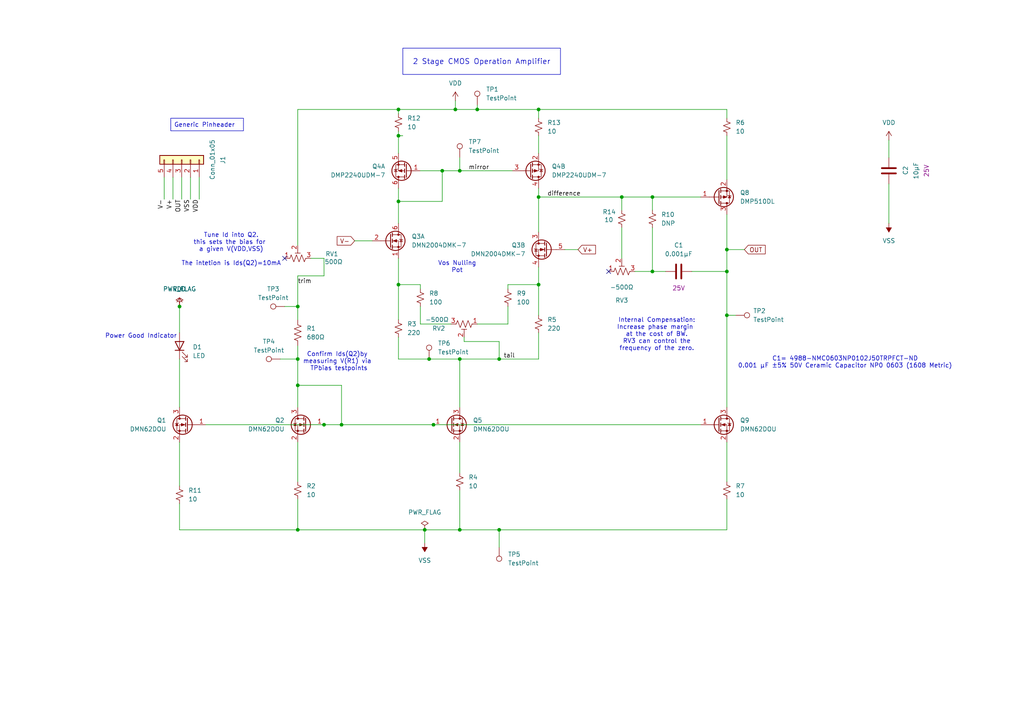
<source format=kicad_sch>
(kicad_sch
	(version 20231120)
	(generator "eeschema")
	(generator_version "8.0")
	(uuid "bd92329b-7d26-40bf-9c2e-7c82854f33ad")
	(paper "A4")
	(lib_symbols
		(symbol "Connector:TestPoint"
			(pin_numbers hide)
			(pin_names
				(offset 0.762) hide)
			(exclude_from_sim no)
			(in_bom yes)
			(on_board yes)
			(property "Reference" "TP"
				(at 0 6.858 0)
				(effects
					(font
						(size 1.27 1.27)
					)
				)
			)
			(property "Value" "TestPoint"
				(at 0 5.08 0)
				(effects
					(font
						(size 1.27 1.27)
					)
				)
			)
			(property "Footprint" ""
				(at 5.08 0 0)
				(effects
					(font
						(size 1.27 1.27)
					)
					(hide yes)
				)
			)
			(property "Datasheet" "~"
				(at 5.08 0 0)
				(effects
					(font
						(size 1.27 1.27)
					)
					(hide yes)
				)
			)
			(property "Description" "test point"
				(at 0 0 0)
				(effects
					(font
						(size 1.27 1.27)
					)
					(hide yes)
				)
			)
			(property "ki_keywords" "test point tp"
				(at 0 0 0)
				(effects
					(font
						(size 1.27 1.27)
					)
					(hide yes)
				)
			)
			(property "ki_fp_filters" "Pin* Test*"
				(at 0 0 0)
				(effects
					(font
						(size 1.27 1.27)
					)
					(hide yes)
				)
			)
			(symbol "TestPoint_0_1"
				(circle
					(center 0 3.302)
					(radius 0.762)
					(stroke
						(width 0)
						(type default)
					)
					(fill
						(type none)
					)
				)
			)
			(symbol "TestPoint_1_1"
				(pin passive line
					(at 0 0 90)
					(length 2.54)
					(name "1"
						(effects
							(font
								(size 1.27 1.27)
							)
						)
					)
					(number "1"
						(effects
							(font
								(size 1.27 1.27)
							)
						)
					)
				)
			)
		)
		(symbol "Connector_Generic:Conn_01x05"
			(pin_names
				(offset 1.016) hide)
			(exclude_from_sim no)
			(in_bom yes)
			(on_board yes)
			(property "Reference" "J"
				(at 0 7.62 0)
				(effects
					(font
						(size 1.27 1.27)
					)
				)
			)
			(property "Value" "Conn_01x05"
				(at 0 -7.62 0)
				(effects
					(font
						(size 1.27 1.27)
					)
				)
			)
			(property "Footprint" ""
				(at 0 0 0)
				(effects
					(font
						(size 1.27 1.27)
					)
					(hide yes)
				)
			)
			(property "Datasheet" "~"
				(at 0 0 0)
				(effects
					(font
						(size 1.27 1.27)
					)
					(hide yes)
				)
			)
			(property "Description" "Generic connector, single row, 01x05, script generated (kicad-library-utils/schlib/autogen/connector/)"
				(at 0 0 0)
				(effects
					(font
						(size 1.27 1.27)
					)
					(hide yes)
				)
			)
			(property "ki_keywords" "connector"
				(at 0 0 0)
				(effects
					(font
						(size 1.27 1.27)
					)
					(hide yes)
				)
			)
			(property "ki_fp_filters" "Connector*:*_1x??_*"
				(at 0 0 0)
				(effects
					(font
						(size 1.27 1.27)
					)
					(hide yes)
				)
			)
			(symbol "Conn_01x05_1_1"
				(rectangle
					(start -1.27 -4.953)
					(end 0 -5.207)
					(stroke
						(width 0.1524)
						(type default)
					)
					(fill
						(type none)
					)
				)
				(rectangle
					(start -1.27 -2.413)
					(end 0 -2.667)
					(stroke
						(width 0.1524)
						(type default)
					)
					(fill
						(type none)
					)
				)
				(rectangle
					(start -1.27 0.127)
					(end 0 -0.127)
					(stroke
						(width 0.1524)
						(type default)
					)
					(fill
						(type none)
					)
				)
				(rectangle
					(start -1.27 2.667)
					(end 0 2.413)
					(stroke
						(width 0.1524)
						(type default)
					)
					(fill
						(type none)
					)
				)
				(rectangle
					(start -1.27 5.207)
					(end 0 4.953)
					(stroke
						(width 0.1524)
						(type default)
					)
					(fill
						(type none)
					)
				)
				(rectangle
					(start -1.27 6.35)
					(end 1.27 -6.35)
					(stroke
						(width 0.254)
						(type default)
					)
					(fill
						(type background)
					)
				)
				(pin passive line
					(at -5.08 5.08 0)
					(length 3.81)
					(name "Pin_1"
						(effects
							(font
								(size 1.27 1.27)
							)
						)
					)
					(number "1"
						(effects
							(font
								(size 1.27 1.27)
							)
						)
					)
				)
				(pin passive line
					(at -5.08 2.54 0)
					(length 3.81)
					(name "Pin_2"
						(effects
							(font
								(size 1.27 1.27)
							)
						)
					)
					(number "2"
						(effects
							(font
								(size 1.27 1.27)
							)
						)
					)
				)
				(pin passive line
					(at -5.08 0 0)
					(length 3.81)
					(name "Pin_3"
						(effects
							(font
								(size 1.27 1.27)
							)
						)
					)
					(number "3"
						(effects
							(font
								(size 1.27 1.27)
							)
						)
					)
				)
				(pin passive line
					(at -5.08 -2.54 0)
					(length 3.81)
					(name "Pin_4"
						(effects
							(font
								(size 1.27 1.27)
							)
						)
					)
					(number "4"
						(effects
							(font
								(size 1.27 1.27)
							)
						)
					)
				)
				(pin passive line
					(at -5.08 -5.08 0)
					(length 3.81)
					(name "Pin_5"
						(effects
							(font
								(size 1.27 1.27)
							)
						)
					)
					(number "5"
						(effects
							(font
								(size 1.27 1.27)
							)
						)
					)
				)
			)
		)
		(symbol "DMN61D8LQ_1"
			(pin_names hide)
			(exclude_from_sim no)
			(in_bom yes)
			(on_board yes)
			(property "Reference" "Q1"
				(at 0 13.9701 0)
				(effects
					(font
						(size 1.27 1.27)
					)
					(justify left)
				)
			)
			(property "Value" "DMN61D8LQ"
				(at 0 11.4301 0)
				(effects
					(font
						(size 1.27 1.27)
					)
					(justify left)
				)
			)
			(property "Footprint" "Package_TO_SOT_SMD:SOT-23"
				(at 5.08 -1.905 0)
				(effects
					(font
						(size 1.27 1.27)
						(italic yes)
					)
					(justify left)
					(hide yes)
				)
			)
			(property "Datasheet" "https://www.diodes.com/assets/Datasheets/DMN61D8LQ.pdf"
				(at 5.08 -3.81 0)
				(effects
					(font
						(size 1.27 1.27)
					)
					(justify left)
					(hide yes)
				)
			)
			(property "Description" "60V Vds, 0.470A Id, N-Channel MOSFET for switching inductive loads , SOT-23"
				(at 0 0 0)
				(effects
					(font
						(size 1.27 1.27)
					)
					(hide yes)
				)
			)
			(property "ki_keywords" "N-Channel MOSFET relay logic-level"
				(at 0 0 0)
				(effects
					(font
						(size 1.27 1.27)
					)
					(hide yes)
				)
			)
			(property "ki_fp_filters" "SOT?23*"
				(at 0 0 0)
				(effects
					(font
						(size 1.27 1.27)
					)
					(hide yes)
				)
			)
			(symbol "DMN61D8LQ_1_0_1"
				(circle
					(center -4.699 12.7)
					(radius 2.794)
					(stroke
						(width 0.254)
						(type default)
					)
					(fill
						(type none)
					)
				)
				(circle
					(center -3.81 10.922)
					(radius 0.254)
					(stroke
						(width 0)
						(type default)
					)
					(fill
						(type outline)
					)
				)
				(circle
					(center -3.81 14.478)
					(radius 0.254)
					(stroke
						(width 0)
						(type default)
					)
					(fill
						(type outline)
					)
				)
				(polyline
					(pts
						(xy -6.096 12.7) (xy -8.89 12.7)
					)
					(stroke
						(width 0)
						(type default)
					)
					(fill
						(type none)
					)
				)
				(polyline
					(pts
						(xy -6.096 14.605) (xy -6.096 10.795)
					)
					(stroke
						(width 0.254)
						(type default)
					)
					(fill
						(type none)
					)
				)
				(polyline
					(pts
						(xy -5.588 11.43) (xy -5.588 10.414)
					)
					(stroke
						(width 0.254)
						(type default)
					)
					(fill
						(type none)
					)
				)
				(polyline
					(pts
						(xy -5.588 13.208) (xy -5.588 12.192)
					)
					(stroke
						(width 0.254)
						(type default)
					)
					(fill
						(type none)
					)
				)
				(polyline
					(pts
						(xy -5.588 14.986) (xy -5.588 13.97)
					)
					(stroke
						(width 0.254)
						(type default)
					)
					(fill
						(type none)
					)
				)
				(polyline
					(pts
						(xy -3.81 15.24) (xy -3.81 14.478)
					)
					(stroke
						(width 0)
						(type default)
					)
					(fill
						(type none)
					)
				)
				(polyline
					(pts
						(xy -3.81 10.16) (xy -3.81 12.7) (xy -5.588 12.7)
					)
					(stroke
						(width 0)
						(type default)
					)
					(fill
						(type none)
					)
				)
				(polyline
					(pts
						(xy -5.588 10.922) (xy -3.048 10.922) (xy -3.048 14.478) (xy -5.588 14.478)
					)
					(stroke
						(width 0)
						(type default)
					)
					(fill
						(type none)
					)
				)
				(polyline
					(pts
						(xy -5.334 12.7) (xy -4.318 13.081) (xy -4.318 12.319) (xy -5.334 12.7)
					)
					(stroke
						(width 0)
						(type default)
					)
					(fill
						(type outline)
					)
				)
				(polyline
					(pts
						(xy -3.556 13.208) (xy -3.429 13.081) (xy -2.667 13.081) (xy -2.54 12.954)
					)
					(stroke
						(width 0)
						(type default)
					)
					(fill
						(type none)
					)
				)
				(polyline
					(pts
						(xy -3.048 13.081) (xy -3.429 12.446) (xy -2.667 12.446) (xy -3.048 13.081)
					)
					(stroke
						(width 0)
						(type default)
					)
					(fill
						(type outline)
					)
				)
			)
			(symbol "DMN61D8LQ_1_1_1"
				(pin input line
					(at -11.43 12.7 0)
					(length 2.54)
					(name "G"
						(effects
							(font
								(size 1.27 1.27)
							)
						)
					)
					(number "1"
						(effects
							(font
								(size 1.27 1.27)
							)
						)
					)
				)
				(pin passive line
					(at -3.81 7.62 90)
					(length 2.54)
					(name "S"
						(effects
							(font
								(size 1.27 1.27)
							)
						)
					)
					(number "2"
						(effects
							(font
								(size 1.27 1.27)
							)
						)
					)
				)
				(pin passive line
					(at -3.81 17.78 270)
					(length 2.54)
					(name "D"
						(effects
							(font
								(size 1.27 1.27)
							)
						)
					)
					(number "3"
						(effects
							(font
								(size 1.27 1.27)
							)
						)
					)
				)
			)
		)
		(symbol "DMN61D8LQ_6"
			(pin_names hide)
			(exclude_from_sim no)
			(in_bom yes)
			(on_board yes)
			(property "Reference" "Q8"
				(at 0 13.9701 0)
				(effects
					(font
						(size 1.27 1.27)
					)
					(justify left)
				)
			)
			(property "Value" "DMP510DL"
				(at 0 11.4301 0)
				(effects
					(font
						(size 1.27 1.27)
					)
					(justify left)
				)
			)
			(property "Footprint" "Package_TO_SOT_SMD:SOT-23"
				(at 5.08 -1.905 0)
				(effects
					(font
						(size 1.27 1.27)
						(italic yes)
					)
					(justify left)
					(hide yes)
				)
			)
			(property "Datasheet" "https://www.diodes.com/assets/Datasheets/DMN61D8LQ.pdf"
				(at 5.08 -3.81 0)
				(effects
					(font
						(size 1.27 1.27)
					)
					(justify left)
					(hide yes)
				)
			)
			(property "Description" "60V Vds, 0.470A Id, N-Channel MOSFET for switching inductive loads , SOT-23"
				(at 0 0 0)
				(effects
					(font
						(size 1.27 1.27)
					)
					(hide yes)
				)
			)
			(property "ki_keywords" "N-Channel MOSFET relay logic-level"
				(at 0 0 0)
				(effects
					(font
						(size 1.27 1.27)
					)
					(hide yes)
				)
			)
			(property "ki_fp_filters" "SOT?23*"
				(at 0 0 0)
				(effects
					(font
						(size 1.27 1.27)
					)
					(hide yes)
				)
			)
			(symbol "DMN61D8LQ_6_0_1"
				(circle
					(center -4.699 12.7)
					(radius 2.794)
					(stroke
						(width 0.254)
						(type default)
					)
					(fill
						(type none)
					)
				)
				(circle
					(center -3.81 10.922)
					(radius 0.254)
					(stroke
						(width 0)
						(type default)
					)
					(fill
						(type outline)
					)
				)
				(circle
					(center -3.81 14.478)
					(radius 0.254)
					(stroke
						(width 0)
						(type default)
					)
					(fill
						(type outline)
					)
				)
				(polyline
					(pts
						(xy -6.096 12.7) (xy -8.89 12.7)
					)
					(stroke
						(width 0)
						(type default)
					)
					(fill
						(type none)
					)
				)
				(polyline
					(pts
						(xy -6.096 14.605) (xy -6.096 10.795)
					)
					(stroke
						(width 0.254)
						(type default)
					)
					(fill
						(type none)
					)
				)
				(polyline
					(pts
						(xy -5.588 11.43) (xy -5.588 10.414)
					)
					(stroke
						(width 0.254)
						(type default)
					)
					(fill
						(type none)
					)
				)
				(polyline
					(pts
						(xy -5.588 13.208) (xy -5.588 12.192)
					)
					(stroke
						(width 0.254)
						(type default)
					)
					(fill
						(type none)
					)
				)
				(polyline
					(pts
						(xy -5.588 14.986) (xy -5.588 13.97)
					)
					(stroke
						(width 0.254)
						(type default)
					)
					(fill
						(type none)
					)
				)
				(polyline
					(pts
						(xy -3.81 15.24) (xy -3.81 14.478)
					)
					(stroke
						(width 0)
						(type default)
					)
					(fill
						(type none)
					)
				)
				(polyline
					(pts
						(xy -3.81 15.24) (xy -3.81 12.7) (xy -5.588 12.7)
					)
					(stroke
						(width 0)
						(type default)
					)
					(fill
						(type none)
					)
				)
				(polyline
					(pts
						(xy -5.588 10.922) (xy -3.048 10.922) (xy -3.048 14.478) (xy -5.588 14.478)
					)
					(stroke
						(width 0)
						(type default)
					)
					(fill
						(type none)
					)
				)
				(polyline
					(pts
						(xy -3.81 12.7) (xy -4.826 13.081) (xy -4.826 12.319) (xy -3.81 12.7)
					)
					(stroke
						(width 0)
						(type default)
					)
					(fill
						(type outline)
					)
				)
				(polyline
					(pts
						(xy -3.556 13.208) (xy -3.429 13.081) (xy -2.667 13.081) (xy -2.54 12.954)
					)
					(stroke
						(width 0)
						(type default)
					)
					(fill
						(type none)
					)
				)
				(polyline
					(pts
						(xy -3.048 13.081) (xy -3.429 12.446) (xy -2.667 12.446) (xy -3.048 13.081)
					)
					(stroke
						(width 0)
						(type default)
					)
					(fill
						(type outline)
					)
				)
			)
			(symbol "DMN61D8LQ_6_1_1"
				(pin input line
					(at -11.43 12.7 0)
					(length 2.54)
					(name "G"
						(effects
							(font
								(size 1.27 1.27)
							)
						)
					)
					(number "1"
						(effects
							(font
								(size 1.27 1.27)
							)
						)
					)
				)
				(pin passive line
					(at -3.81 17.78 270)
					(length 2.54)
					(name "D"
						(effects
							(font
								(size 1.27 1.27)
							)
						)
					)
					(number "2"
						(effects
							(font
								(size 1.27 1.27)
							)
						)
					)
				)
				(pin passive line
					(at -3.81 7.62 90)
					(length 3.302)
					(name "S"
						(effects
							(font
								(size 1.27 1.27)
							)
						)
					)
					(number "3"
						(effects
							(font
								(size 1.27 1.27)
							)
						)
					)
				)
			)
		)
		(symbol "Device:C"
			(pin_numbers hide)
			(pin_names
				(offset 0.254)
			)
			(exclude_from_sim no)
			(in_bom yes)
			(on_board yes)
			(property "Reference" "C"
				(at 0.635 2.54 0)
				(effects
					(font
						(size 1.27 1.27)
					)
					(justify left)
				)
			)
			(property "Value" "C"
				(at 0.635 -2.54 0)
				(effects
					(font
						(size 1.27 1.27)
					)
					(justify left)
				)
			)
			(property "Footprint" ""
				(at 0.9652 -3.81 0)
				(effects
					(font
						(size 1.27 1.27)
					)
					(hide yes)
				)
			)
			(property "Datasheet" "~"
				(at 0 0 0)
				(effects
					(font
						(size 1.27 1.27)
					)
					(hide yes)
				)
			)
			(property "Description" "Unpolarized capacitor"
				(at 0 0 0)
				(effects
					(font
						(size 1.27 1.27)
					)
					(hide yes)
				)
			)
			(property "ki_keywords" "cap capacitor"
				(at 0 0 0)
				(effects
					(font
						(size 1.27 1.27)
					)
					(hide yes)
				)
			)
			(property "ki_fp_filters" "C_*"
				(at 0 0 0)
				(effects
					(font
						(size 1.27 1.27)
					)
					(hide yes)
				)
			)
			(symbol "C_0_1"
				(polyline
					(pts
						(xy -2.032 -0.762) (xy 2.032 -0.762)
					)
					(stroke
						(width 0.508)
						(type default)
					)
					(fill
						(type none)
					)
				)
				(polyline
					(pts
						(xy -2.032 0.762) (xy 2.032 0.762)
					)
					(stroke
						(width 0.508)
						(type default)
					)
					(fill
						(type none)
					)
				)
			)
			(symbol "C_1_1"
				(pin passive line
					(at 0 3.81 270)
					(length 2.794)
					(name "~"
						(effects
							(font
								(size 1.27 1.27)
							)
						)
					)
					(number "1"
						(effects
							(font
								(size 1.27 1.27)
							)
						)
					)
				)
				(pin passive line
					(at 0 -3.81 90)
					(length 2.794)
					(name "~"
						(effects
							(font
								(size 1.27 1.27)
							)
						)
					)
					(number "2"
						(effects
							(font
								(size 1.27 1.27)
							)
						)
					)
				)
			)
		)
		(symbol "Device:LED"
			(pin_numbers hide)
			(pin_names
				(offset 1.016) hide)
			(exclude_from_sim no)
			(in_bom yes)
			(on_board yes)
			(property "Reference" "D"
				(at 0 2.54 0)
				(effects
					(font
						(size 1.27 1.27)
					)
				)
			)
			(property "Value" "LED"
				(at 0 -2.54 0)
				(effects
					(font
						(size 1.27 1.27)
					)
				)
			)
			(property "Footprint" ""
				(at 0 0 0)
				(effects
					(font
						(size 1.27 1.27)
					)
					(hide yes)
				)
			)
			(property "Datasheet" "~"
				(at 0 0 0)
				(effects
					(font
						(size 1.27 1.27)
					)
					(hide yes)
				)
			)
			(property "Description" "Light emitting diode"
				(at 0 0 0)
				(effects
					(font
						(size 1.27 1.27)
					)
					(hide yes)
				)
			)
			(property "ki_keywords" "LED diode"
				(at 0 0 0)
				(effects
					(font
						(size 1.27 1.27)
					)
					(hide yes)
				)
			)
			(property "ki_fp_filters" "LED* LED_SMD:* LED_THT:*"
				(at 0 0 0)
				(effects
					(font
						(size 1.27 1.27)
					)
					(hide yes)
				)
			)
			(symbol "LED_0_1"
				(polyline
					(pts
						(xy -1.27 -1.27) (xy -1.27 1.27)
					)
					(stroke
						(width 0.254)
						(type default)
					)
					(fill
						(type none)
					)
				)
				(polyline
					(pts
						(xy -1.27 0) (xy 1.27 0)
					)
					(stroke
						(width 0)
						(type default)
					)
					(fill
						(type none)
					)
				)
				(polyline
					(pts
						(xy 1.27 -1.27) (xy 1.27 1.27) (xy -1.27 0) (xy 1.27 -1.27)
					)
					(stroke
						(width 0.254)
						(type default)
					)
					(fill
						(type none)
					)
				)
				(polyline
					(pts
						(xy -3.048 -0.762) (xy -4.572 -2.286) (xy -3.81 -2.286) (xy -4.572 -2.286) (xy -4.572 -1.524)
					)
					(stroke
						(width 0)
						(type default)
					)
					(fill
						(type none)
					)
				)
				(polyline
					(pts
						(xy -1.778 -0.762) (xy -3.302 -2.286) (xy -2.54 -2.286) (xy -3.302 -2.286) (xy -3.302 -1.524)
					)
					(stroke
						(width 0)
						(type default)
					)
					(fill
						(type none)
					)
				)
			)
			(symbol "LED_1_1"
				(pin passive line
					(at -3.81 0 0)
					(length 2.54)
					(name "K"
						(effects
							(font
								(size 1.27 1.27)
							)
						)
					)
					(number "1"
						(effects
							(font
								(size 1.27 1.27)
							)
						)
					)
				)
				(pin passive line
					(at 3.81 0 180)
					(length 2.54)
					(name "A"
						(effects
							(font
								(size 1.27 1.27)
							)
						)
					)
					(number "2"
						(effects
							(font
								(size 1.27 1.27)
							)
						)
					)
				)
			)
		)
		(symbol "Device:R_Potentiometer_Trim_US"
			(pin_names
				(offset 1.016) hide)
			(exclude_from_sim no)
			(in_bom yes)
			(on_board yes)
			(property "Reference" "RV"
				(at -4.445 0 90)
				(effects
					(font
						(size 1.27 1.27)
					)
				)
			)
			(property "Value" "R_Potentiometer_Trim_US"
				(at -2.54 0 90)
				(effects
					(font
						(size 1.27 1.27)
					)
				)
			)
			(property "Footprint" ""
				(at 0 0 0)
				(effects
					(font
						(size 1.27 1.27)
					)
					(hide yes)
				)
			)
			(property "Datasheet" "~"
				(at 0 0 0)
				(effects
					(font
						(size 1.27 1.27)
					)
					(hide yes)
				)
			)
			(property "Description" "Trim-potentiometer, US symbol"
				(at 0 0 0)
				(effects
					(font
						(size 1.27 1.27)
					)
					(hide yes)
				)
			)
			(property "ki_keywords" "resistor variable trimpot trimmer"
				(at 0 0 0)
				(effects
					(font
						(size 1.27 1.27)
					)
					(hide yes)
				)
			)
			(property "ki_fp_filters" "Potentiometer*"
				(at 0 0 0)
				(effects
					(font
						(size 1.27 1.27)
					)
					(hide yes)
				)
			)
			(symbol "R_Potentiometer_Trim_US_0_1"
				(polyline
					(pts
						(xy 0 -2.286) (xy 0 -2.54)
					)
					(stroke
						(width 0)
						(type default)
					)
					(fill
						(type none)
					)
				)
				(polyline
					(pts
						(xy 0 2.286) (xy 0 2.54)
					)
					(stroke
						(width 0)
						(type default)
					)
					(fill
						(type none)
					)
				)
				(polyline
					(pts
						(xy 1.524 0.762) (xy 1.524 -0.762)
					)
					(stroke
						(width 0)
						(type default)
					)
					(fill
						(type none)
					)
				)
				(polyline
					(pts
						(xy 2.54 0) (xy 1.524 0)
					)
					(stroke
						(width 0)
						(type default)
					)
					(fill
						(type none)
					)
				)
				(polyline
					(pts
						(xy 0 -0.762) (xy 1.016 -1.143) (xy 0 -1.524) (xy -1.016 -1.905) (xy 0 -2.286)
					)
					(stroke
						(width 0)
						(type default)
					)
					(fill
						(type none)
					)
				)
				(polyline
					(pts
						(xy 0 0.762) (xy 1.016 0.381) (xy 0 0) (xy -1.016 -0.381) (xy 0 -0.762)
					)
					(stroke
						(width 0)
						(type default)
					)
					(fill
						(type none)
					)
				)
				(polyline
					(pts
						(xy 0 2.286) (xy 1.016 1.905) (xy 0 1.524) (xy -1.016 1.143) (xy 0 0.762)
					)
					(stroke
						(width 0)
						(type default)
					)
					(fill
						(type none)
					)
				)
			)
			(symbol "R_Potentiometer_Trim_US_1_1"
				(pin passive line
					(at 0 3.81 270)
					(length 1.27)
					(name "1"
						(effects
							(font
								(size 1.27 1.27)
							)
						)
					)
					(number "1"
						(effects
							(font
								(size 1.27 1.27)
							)
						)
					)
				)
				(pin passive line
					(at 3.81 0 180)
					(length 1.27)
					(name "2"
						(effects
							(font
								(size 1.27 1.27)
							)
						)
					)
					(number "2"
						(effects
							(font
								(size 1.27 1.27)
							)
						)
					)
				)
				(pin passive line
					(at 0 -3.81 90)
					(length 1.27)
					(name "3"
						(effects
							(font
								(size 1.27 1.27)
							)
						)
					)
					(number "3"
						(effects
							(font
								(size 1.27 1.27)
							)
						)
					)
				)
			)
		)
		(symbol "Device:R_Small_US"
			(pin_numbers hide)
			(pin_names
				(offset 0.254) hide)
			(exclude_from_sim no)
			(in_bom yes)
			(on_board yes)
			(property "Reference" "R"
				(at 0.762 0.508 0)
				(effects
					(font
						(size 1.27 1.27)
					)
					(justify left)
				)
			)
			(property "Value" "R_Small_US"
				(at 0.762 -1.016 0)
				(effects
					(font
						(size 1.27 1.27)
					)
					(justify left)
				)
			)
			(property "Footprint" ""
				(at 0 0 0)
				(effects
					(font
						(size 1.27 1.27)
					)
					(hide yes)
				)
			)
			(property "Datasheet" "~"
				(at 0 0 0)
				(effects
					(font
						(size 1.27 1.27)
					)
					(hide yes)
				)
			)
			(property "Description" "Resistor, small US symbol"
				(at 0 0 0)
				(effects
					(font
						(size 1.27 1.27)
					)
					(hide yes)
				)
			)
			(property "ki_keywords" "r resistor"
				(at 0 0 0)
				(effects
					(font
						(size 1.27 1.27)
					)
					(hide yes)
				)
			)
			(property "ki_fp_filters" "R_*"
				(at 0 0 0)
				(effects
					(font
						(size 1.27 1.27)
					)
					(hide yes)
				)
			)
			(symbol "R_Small_US_1_1"
				(polyline
					(pts
						(xy 0 0) (xy 1.016 -0.381) (xy 0 -0.762) (xy -1.016 -1.143) (xy 0 -1.524)
					)
					(stroke
						(width 0)
						(type default)
					)
					(fill
						(type none)
					)
				)
				(polyline
					(pts
						(xy 0 1.524) (xy 1.016 1.143) (xy 0 0.762) (xy -1.016 0.381) (xy 0 0)
					)
					(stroke
						(width 0)
						(type default)
					)
					(fill
						(type none)
					)
				)
				(pin passive line
					(at 0 2.54 270)
					(length 1.016)
					(name "~"
						(effects
							(font
								(size 1.27 1.27)
							)
						)
					)
					(number "1"
						(effects
							(font
								(size 1.27 1.27)
							)
						)
					)
				)
				(pin passive line
					(at 0 -2.54 90)
					(length 1.016)
					(name "~"
						(effects
							(font
								(size 1.27 1.27)
							)
						)
					)
					(number "2"
						(effects
							(font
								(size 1.27 1.27)
							)
						)
					)
				)
			)
		)
		(symbol "Device:R_US"
			(pin_numbers hide)
			(pin_names
				(offset 0)
			)
			(exclude_from_sim no)
			(in_bom yes)
			(on_board yes)
			(property "Reference" "R"
				(at 2.54 0 90)
				(effects
					(font
						(size 1.27 1.27)
					)
				)
			)
			(property "Value" "R_US"
				(at -2.54 0 90)
				(effects
					(font
						(size 1.27 1.27)
					)
				)
			)
			(property "Footprint" ""
				(at 1.016 -0.254 90)
				(effects
					(font
						(size 1.27 1.27)
					)
					(hide yes)
				)
			)
			(property "Datasheet" "~"
				(at 0 0 0)
				(effects
					(font
						(size 1.27 1.27)
					)
					(hide yes)
				)
			)
			(property "Description" "Resistor, US symbol"
				(at 0 0 0)
				(effects
					(font
						(size 1.27 1.27)
					)
					(hide yes)
				)
			)
			(property "ki_keywords" "R res resistor"
				(at 0 0 0)
				(effects
					(font
						(size 1.27 1.27)
					)
					(hide yes)
				)
			)
			(property "ki_fp_filters" "R_*"
				(at 0 0 0)
				(effects
					(font
						(size 1.27 1.27)
					)
					(hide yes)
				)
			)
			(symbol "R_US_0_1"
				(polyline
					(pts
						(xy 0 -2.286) (xy 0 -2.54)
					)
					(stroke
						(width 0)
						(type default)
					)
					(fill
						(type none)
					)
				)
				(polyline
					(pts
						(xy 0 2.286) (xy 0 2.54)
					)
					(stroke
						(width 0)
						(type default)
					)
					(fill
						(type none)
					)
				)
				(polyline
					(pts
						(xy 0 -0.762) (xy 1.016 -1.143) (xy 0 -1.524) (xy -1.016 -1.905) (xy 0 -2.286)
					)
					(stroke
						(width 0)
						(type default)
					)
					(fill
						(type none)
					)
				)
				(polyline
					(pts
						(xy 0 0.762) (xy 1.016 0.381) (xy 0 0) (xy -1.016 -0.381) (xy 0 -0.762)
					)
					(stroke
						(width 0)
						(type default)
					)
					(fill
						(type none)
					)
				)
				(polyline
					(pts
						(xy 0 2.286) (xy 1.016 1.905) (xy 0 1.524) (xy -1.016 1.143) (xy 0 0.762)
					)
					(stroke
						(width 0)
						(type default)
					)
					(fill
						(type none)
					)
				)
			)
			(symbol "R_US_1_1"
				(pin passive line
					(at 0 3.81 270)
					(length 1.27)
					(name "~"
						(effects
							(font
								(size 1.27 1.27)
							)
						)
					)
					(number "1"
						(effects
							(font
								(size 1.27 1.27)
							)
						)
					)
				)
				(pin passive line
					(at 0 -3.81 90)
					(length 1.27)
					(name "~"
						(effects
							(font
								(size 1.27 1.27)
							)
						)
					)
					(number "2"
						(effects
							(font
								(size 1.27 1.27)
							)
						)
					)
				)
			)
		)
		(symbol "Senior Design:DMN2004DMK-7"
			(pin_names hide)
			(exclude_from_sim no)
			(in_bom yes)
			(on_board yes)
			(property "Reference" "Q"
				(at 9.144 1.778 0)
				(effects
					(font
						(size 1.27 1.27)
					)
					(justify left)
				)
			)
			(property "Value" "DMN2004DMK-7"
				(at 9.144 0 0)
				(effects
					(font
						(size 1.27 1.27)
					)
					(justify left)
				)
			)
			(property "Footprint" "Package_TO_SOT_SMD:SOT-363_SC-70-6"
				(at 5.08 -1.905 0)
				(effects
					(font
						(size 1.27 1.27)
						(italic yes)
					)
					(justify left)
					(hide yes)
				)
			)
			(property "Datasheet" "https://www.infineon.com/dgdl/Infineon-BSD235C-DS-v02_04-EN.pdf?fileId=db3a30433580b371013585a2d0d53326"
				(at 5.08 -3.81 0)
				(effects
					(font
						(size 1.27 1.27)
					)
					(justify left)
					(hide yes)
				)
			)
			(property "Description" "-0.53/+0.95A Id, -20/+20V Vds, P/N-Channel MOSFET, SOT-363, Infineon"
				(at 0 0 0)
				(effects
					(font
						(size 1.27 1.27)
					)
					(hide yes)
				)
			)
			(property "ki_keywords" "OptiMOS MOSFET complementary nmos pmos enhanced avalanche AEC Q101 super logic infineon"
				(at 0 0 0)
				(effects
					(font
						(size 1.27 1.27)
					)
					(hide yes)
				)
			)
			(property "ki_fp_filters" "SOT?363*"
				(at 0 0 0)
				(effects
					(font
						(size 1.27 1.27)
					)
					(hide yes)
				)
			)
			(symbol "DMN2004DMK-7_1_1"
				(polyline
					(pts
						(xy -1.016 -1.905) (xy -1.016 1.905)
					)
					(stroke
						(width 0.254)
						(type default)
					)
					(fill
						(type none)
					)
				)
				(polyline
					(pts
						(xy -1.016 0) (xy -3.81 0)
					)
					(stroke
						(width 0)
						(type default)
					)
					(fill
						(type none)
					)
				)
				(polyline
					(pts
						(xy -0.508 -2.286) (xy -0.508 -1.27)
					)
					(stroke
						(width 0.254)
						(type default)
					)
					(fill
						(type none)
					)
				)
				(polyline
					(pts
						(xy -0.508 -0.508) (xy -0.508 0.508)
					)
					(stroke
						(width 0.254)
						(type default)
					)
					(fill
						(type none)
					)
				)
				(polyline
					(pts
						(xy -0.508 1.27) (xy -0.508 2.286)
					)
					(stroke
						(width 0.254)
						(type default)
					)
					(fill
						(type none)
					)
				)
				(polyline
					(pts
						(xy 1.27 1.905) (xy 1.27 2.54)
					)
					(stroke
						(width 0)
						(type default)
					)
					(fill
						(type none)
					)
				)
				(polyline
					(pts
						(xy 1.27 -2.54) (xy 1.27 0) (xy -0.508 0)
					)
					(stroke
						(width 0)
						(type default)
					)
					(fill
						(type none)
					)
				)
				(polyline
					(pts
						(xy -0.508 1.778) (xy 2.032 1.778) (xy 2.032 -1.778) (xy -0.508 -1.778)
					)
					(stroke
						(width 0)
						(type default)
					)
					(fill
						(type none)
					)
				)
				(polyline
					(pts
						(xy -0.254 0) (xy 0.762 -0.381) (xy 0.762 0.381) (xy -0.254 0)
					)
					(stroke
						(width 0)
						(type default)
					)
					(fill
						(type outline)
					)
				)
				(polyline
					(pts
						(xy 1.524 0.508) (xy 1.651 0.381) (xy 2.413 0.381) (xy 2.54 0.254)
					)
					(stroke
						(width 0)
						(type default)
					)
					(fill
						(type none)
					)
				)
				(polyline
					(pts
						(xy 2.032 0.381) (xy 1.651 -0.254) (xy 2.413 -0.254) (xy 2.032 0.381)
					)
					(stroke
						(width 0)
						(type default)
					)
					(fill
						(type none)
					)
				)
				(circle
					(center 0.381 0)
					(radius 2.794)
					(stroke
						(width 0.254)
						(type default)
					)
					(fill
						(type none)
					)
				)
				(circle
					(center 1.27 -1.778)
					(radius 0.254)
					(stroke
						(width 0)
						(type default)
					)
					(fill
						(type outline)
					)
				)
				(circle
					(center 1.27 1.778)
					(radius 0.254)
					(stroke
						(width 0)
						(type default)
					)
					(fill
						(type outline)
					)
				)
				(pin passive line
					(at 1.27 -5.08 90)
					(length 2.54)
					(name "SN"
						(effects
							(font
								(size 1.27 1.27)
							)
						)
					)
					(number "1"
						(effects
							(font
								(size 1.27 1.27)
							)
						)
					)
				)
				(pin input line
					(at -6.35 0 0)
					(length 2.54)
					(name "GN"
						(effects
							(font
								(size 1.27 1.27)
							)
						)
					)
					(number "2"
						(effects
							(font
								(size 1.27 1.27)
							)
						)
					)
				)
				(pin passive line
					(at 1.27 5.08 270)
					(length 2.54)
					(name "DN"
						(effects
							(font
								(size 1.27 1.27)
							)
						)
					)
					(number "6"
						(effects
							(font
								(size 1.27 1.27)
							)
						)
					)
				)
			)
			(symbol "DMN2004DMK-7_2_1"
				(circle
					(center 0 -1.778)
					(radius 0.254)
					(stroke
						(width 0)
						(type default)
					)
					(fill
						(type outline)
					)
				)
				(polyline
					(pts
						(xy 0 1.905) (xy 0 2.54)
					)
					(stroke
						(width 0)
						(type default)
					)
					(fill
						(type none)
					)
				)
				(polyline
					(pts
						(xy 1.778 -2.286) (xy 1.778 -1.27)
					)
					(stroke
						(width 0.254)
						(type default)
					)
					(fill
						(type none)
					)
				)
				(polyline
					(pts
						(xy 1.778 -0.508) (xy 1.778 0.508)
					)
					(stroke
						(width 0.254)
						(type default)
					)
					(fill
						(type none)
					)
				)
				(polyline
					(pts
						(xy 1.778 1.27) (xy 1.778 2.286)
					)
					(stroke
						(width 0.254)
						(type default)
					)
					(fill
						(type none)
					)
				)
				(polyline
					(pts
						(xy 2.286 -1.905) (xy 2.286 1.905)
					)
					(stroke
						(width 0.254)
						(type default)
					)
					(fill
						(type none)
					)
				)
				(polyline
					(pts
						(xy 2.286 0) (xy 5.08 0)
					)
					(stroke
						(width 0)
						(type default)
					)
					(fill
						(type none)
					)
				)
				(polyline
					(pts
						(xy 0 -2.54) (xy 0 0) (xy 1.778 0)
					)
					(stroke
						(width 0)
						(type default)
					)
					(fill
						(type none)
					)
				)
				(polyline
					(pts
						(xy -1.27 0.254) (xy -1.143 0.127) (xy -0.381 0.127) (xy -0.254 0)
					)
					(stroke
						(width 0)
						(type default)
					)
					(fill
						(type none)
					)
				)
				(polyline
					(pts
						(xy -0.762 0.127) (xy -1.143 -0.508) (xy -0.381 -0.508) (xy -0.762 0.127)
					)
					(stroke
						(width 0)
						(type default)
					)
					(fill
						(type none)
					)
				)
				(polyline
					(pts
						(xy 1.524 0) (xy 0.508 0.381) (xy 0.508 -0.381) (xy 1.524 0)
					)
					(stroke
						(width 0)
						(type default)
					)
					(fill
						(type outline)
					)
				)
				(polyline
					(pts
						(xy 1.778 1.778) (xy -0.762 1.778) (xy -0.762 -1.778) (xy 1.778 -1.778)
					)
					(stroke
						(width 0)
						(type default)
					)
					(fill
						(type none)
					)
				)
				(circle
					(center 0 1.778)
					(radius 0.254)
					(stroke
						(width 0)
						(type default)
					)
					(fill
						(type outline)
					)
				)
				(circle
					(center 0.889 0)
					(radius 2.794)
					(stroke
						(width 0.254)
						(type default)
					)
					(fill
						(type none)
					)
				)
				(pin passive line
					(at 0 5.08 270)
					(length 2.54)
					(name "DP"
						(effects
							(font
								(size 1.27 1.27)
							)
						)
					)
					(number "3"
						(effects
							(font
								(size 1.27 1.27)
							)
						)
					)
				)
				(pin passive line
					(at 0 -5.08 90)
					(length 2.54)
					(name "SP"
						(effects
							(font
								(size 1.27 1.27)
							)
						)
					)
					(number "4"
						(effects
							(font
								(size 1.27 1.27)
							)
						)
					)
				)
				(pin input line
					(at 7.62 0 180)
					(length 2.54)
					(name "GP"
						(effects
							(font
								(size 1.27 1.27)
							)
						)
					)
					(number "5"
						(effects
							(font
								(size 1.27 1.27)
							)
						)
					)
				)
			)
		)
		(symbol "Senior Design:DMP2240UDM-7"
			(pin_names hide)
			(exclude_from_sim no)
			(in_bom yes)
			(on_board yes)
			(property "Reference" "Q"
				(at 6.858 2.54 0)
				(effects
					(font
						(size 1.27 1.27)
					)
					(justify left)
				)
			)
			(property "Value" "DMP2240UDM-7"
				(at 6.858 0 0)
				(effects
					(font
						(size 1.27 1.27)
					)
					(justify left)
				)
			)
			(property "Footprint" "Package_TO_SOT_SMD:SOT-363_SC-70-6"
				(at 5.08 -1.905 0)
				(effects
					(font
						(size 1.27 1.27)
						(italic yes)
					)
					(justify left)
					(hide yes)
				)
			)
			(property "Datasheet" "https://www.infineon.com/dgdl/Infineon-BSD235C-DS-v02_04-EN.pdf?fileId=db3a30433580b371013585a2d0d53326"
				(at 5.08 -3.81 0)
				(effects
					(font
						(size 1.27 1.27)
					)
					(justify left)
					(hide yes)
				)
			)
			(property "Description" "-0.53/+0.95A Id, -20/+20V Vds, P/N-Channel MOSFET, SOT-363, Infineon"
				(at 0 0 0)
				(effects
					(font
						(size 1.27 1.27)
					)
					(hide yes)
				)
			)
			(property "ki_keywords" "OptiMOS MOSFET complementary nmos pmos enhanced avalanche AEC Q101 super logic infineon"
				(at 0 0 0)
				(effects
					(font
						(size 1.27 1.27)
					)
					(hide yes)
				)
			)
			(property "ki_fp_filters" "SOT?363*"
				(at 0 0 0)
				(effects
					(font
						(size 1.27 1.27)
					)
					(hide yes)
				)
			)
			(symbol "DMP2240UDM-7_1_1"
				(circle
					(center 0 -1.778)
					(radius 0.254)
					(stroke
						(width 0)
						(type default)
					)
					(fill
						(type outline)
					)
				)
				(polyline
					(pts
						(xy 0 1.905) (xy 0 2.54)
					)
					(stroke
						(width 0)
						(type default)
					)
					(fill
						(type none)
					)
				)
				(polyline
					(pts
						(xy 1.778 -2.286) (xy 1.778 -1.27)
					)
					(stroke
						(width 0.254)
						(type default)
					)
					(fill
						(type none)
					)
				)
				(polyline
					(pts
						(xy 1.778 -0.508) (xy 1.778 0.508)
					)
					(stroke
						(width 0.254)
						(type default)
					)
					(fill
						(type none)
					)
				)
				(polyline
					(pts
						(xy 1.778 1.27) (xy 1.778 2.286)
					)
					(stroke
						(width 0.254)
						(type default)
					)
					(fill
						(type none)
					)
				)
				(polyline
					(pts
						(xy 2.286 -1.905) (xy 2.286 1.905)
					)
					(stroke
						(width 0.254)
						(type default)
					)
					(fill
						(type none)
					)
				)
				(polyline
					(pts
						(xy 2.286 0) (xy 5.08 0)
					)
					(stroke
						(width 0)
						(type default)
					)
					(fill
						(type none)
					)
				)
				(polyline
					(pts
						(xy 0 2.54) (xy 0 0) (xy 1.778 0)
					)
					(stroke
						(width 0)
						(type default)
					)
					(fill
						(type none)
					)
				)
				(polyline
					(pts
						(xy -0.762 0.381) (xy -0.381 -0.254) (xy -1.143 -0.254) (xy -0.762 0.381)
					)
					(stroke
						(width 0)
						(type default)
					)
					(fill
						(type none)
					)
				)
				(polyline
					(pts
						(xy -0.254 0.508) (xy -0.381 0.381) (xy -1.143 0.381) (xy -1.27 0.254)
					)
					(stroke
						(width 0)
						(type default)
					)
					(fill
						(type none)
					)
				)
				(polyline
					(pts
						(xy 0 0) (xy 1.016 0.381) (xy 1.016 -0.381) (xy 0 0)
					)
					(stroke
						(width 0)
						(type default)
					)
					(fill
						(type outline)
					)
				)
				(polyline
					(pts
						(xy 1.778 1.778) (xy -0.762 1.778) (xy -0.762 -1.778) (xy 1.778 -1.778)
					)
					(stroke
						(width 0)
						(type default)
					)
					(fill
						(type none)
					)
				)
				(circle
					(center 0 1.778)
					(radius 0.254)
					(stroke
						(width 0)
						(type default)
					)
					(fill
						(type outline)
					)
				)
				(circle
					(center 0.889 0)
					(radius 2.794)
					(stroke
						(width 0.254)
						(type default)
					)
					(fill
						(type none)
					)
				)
				(pin input line
					(at 6.35 0 180)
					(length 2.54)
					(name "GN"
						(effects
							(font
								(size 1.27 1.27)
							)
						)
					)
					(number "1"
						(effects
							(font
								(size 1.27 1.27)
							)
						)
					)
				)
				(pin passive line
					(at 0 5.08 270)
					(length 2.54)
					(name "DN"
						(effects
							(font
								(size 1.27 1.27)
							)
						)
					)
					(number "5"
						(effects
							(font
								(size 1.27 1.27)
							)
						)
					)
				)
				(pin passive line
					(at 0 -5.08 90)
					(length 3.302)
					(name "SN"
						(effects
							(font
								(size 1.27 1.27)
							)
						)
					)
					(number "6"
						(effects
							(font
								(size 1.27 1.27)
							)
						)
					)
				)
			)
			(symbol "DMP2240UDM-7_2_1"
				(polyline
					(pts
						(xy 0.254 0) (xy -2.54 0)
					)
					(stroke
						(width 0)
						(type default)
					)
					(fill
						(type none)
					)
				)
				(polyline
					(pts
						(xy 0.254 1.905) (xy 0.254 -1.905)
					)
					(stroke
						(width 0.254)
						(type default)
					)
					(fill
						(type none)
					)
				)
				(polyline
					(pts
						(xy 0.762 -1.27) (xy 0.762 -2.286)
					)
					(stroke
						(width 0.254)
						(type default)
					)
					(fill
						(type none)
					)
				)
				(polyline
					(pts
						(xy 0.762 0.508) (xy 0.762 -0.508)
					)
					(stroke
						(width 0.254)
						(type default)
					)
					(fill
						(type none)
					)
				)
				(polyline
					(pts
						(xy 0.762 2.286) (xy 0.762 1.27)
					)
					(stroke
						(width 0.254)
						(type default)
					)
					(fill
						(type none)
					)
				)
				(polyline
					(pts
						(xy 2.54 -1.905) (xy 2.54 -2.54)
					)
					(stroke
						(width 0)
						(type default)
					)
					(fill
						(type none)
					)
				)
				(polyline
					(pts
						(xy 2.54 2.54) (xy 2.54 0) (xy 0.762 0)
					)
					(stroke
						(width 0)
						(type default)
					)
					(fill
						(type none)
					)
				)
				(polyline
					(pts
						(xy 0.762 -1.778) (xy 3.302 -1.778) (xy 3.302 1.778) (xy 0.762 1.778)
					)
					(stroke
						(width 0)
						(type default)
					)
					(fill
						(type none)
					)
				)
				(polyline
					(pts
						(xy 2.286 0) (xy 1.27 -0.381) (xy 1.27 0.381) (xy 2.286 0)
					)
					(stroke
						(width 0)
						(type default)
					)
					(fill
						(type outline)
					)
				)
				(polyline
					(pts
						(xy 2.794 0.508) (xy 2.921 0.381) (xy 3.683 0.381) (xy 3.81 0.254)
					)
					(stroke
						(width 0)
						(type default)
					)
					(fill
						(type none)
					)
				)
				(polyline
					(pts
						(xy 3.302 0.381) (xy 2.921 -0.254) (xy 3.683 -0.254) (xy 3.302 0.381)
					)
					(stroke
						(width 0)
						(type default)
					)
					(fill
						(type none)
					)
				)
				(circle
					(center 1.651 0)
					(radius 2.794)
					(stroke
						(width 0.254)
						(type default)
					)
					(fill
						(type none)
					)
				)
				(circle
					(center 2.54 -1.778)
					(radius 0.254)
					(stroke
						(width 0)
						(type default)
					)
					(fill
						(type outline)
					)
				)
				(circle
					(center 2.54 1.778)
					(radius 0.254)
					(stroke
						(width 0)
						(type default)
					)
					(fill
						(type outline)
					)
				)
				(pin passive line
					(at 2.54 5.08 270)
					(length 2.54)
					(name "SP"
						(effects
							(font
								(size 1.27 1.27)
							)
						)
					)
					(number "2"
						(effects
							(font
								(size 1.27 1.27)
							)
						)
					)
				)
				(pin input line
					(at -5.08 0 0)
					(length 2.54)
					(name "GP"
						(effects
							(font
								(size 1.27 1.27)
							)
						)
					)
					(number "3"
						(effects
							(font
								(size 1.27 1.27)
							)
						)
					)
				)
				(pin passive line
					(at 2.54 -5.08 90)
					(length 2.54)
					(name "DP"
						(effects
							(font
								(size 1.27 1.27)
							)
						)
					)
					(number "4"
						(effects
							(font
								(size 1.27 1.27)
							)
						)
					)
				)
			)
		)
		(symbol "power:PWR_FLAG"
			(power)
			(pin_numbers hide)
			(pin_names
				(offset 0) hide)
			(exclude_from_sim no)
			(in_bom yes)
			(on_board yes)
			(property "Reference" "#FLG"
				(at 0 1.905 0)
				(effects
					(font
						(size 1.27 1.27)
					)
					(hide yes)
				)
			)
			(property "Value" "PWR_FLAG"
				(at 0 3.81 0)
				(effects
					(font
						(size 1.27 1.27)
					)
				)
			)
			(property "Footprint" ""
				(at 0 0 0)
				(effects
					(font
						(size 1.27 1.27)
					)
					(hide yes)
				)
			)
			(property "Datasheet" "~"
				(at 0 0 0)
				(effects
					(font
						(size 1.27 1.27)
					)
					(hide yes)
				)
			)
			(property "Description" "Special symbol for telling ERC where power comes from"
				(at 0 0 0)
				(effects
					(font
						(size 1.27 1.27)
					)
					(hide yes)
				)
			)
			(property "ki_keywords" "flag power"
				(at 0 0 0)
				(effects
					(font
						(size 1.27 1.27)
					)
					(hide yes)
				)
			)
			(symbol "PWR_FLAG_0_0"
				(pin power_out line
					(at 0 0 90)
					(length 0)
					(name "~"
						(effects
							(font
								(size 1.27 1.27)
							)
						)
					)
					(number "1"
						(effects
							(font
								(size 1.27 1.27)
							)
						)
					)
				)
			)
			(symbol "PWR_FLAG_0_1"
				(polyline
					(pts
						(xy 0 0) (xy 0 1.27) (xy -1.016 1.905) (xy 0 2.54) (xy 1.016 1.905) (xy 0 1.27)
					)
					(stroke
						(width 0)
						(type default)
					)
					(fill
						(type none)
					)
				)
			)
		)
		(symbol "power:VDD"
			(power)
			(pin_numbers hide)
			(pin_names
				(offset 0) hide)
			(exclude_from_sim no)
			(in_bom yes)
			(on_board yes)
			(property "Reference" "#PWR"
				(at 0 -3.81 0)
				(effects
					(font
						(size 1.27 1.27)
					)
					(hide yes)
				)
			)
			(property "Value" "VDD"
				(at 0 3.556 0)
				(effects
					(font
						(size 1.27 1.27)
					)
				)
			)
			(property "Footprint" ""
				(at 0 0 0)
				(effects
					(font
						(size 1.27 1.27)
					)
					(hide yes)
				)
			)
			(property "Datasheet" ""
				(at 0 0 0)
				(effects
					(font
						(size 1.27 1.27)
					)
					(hide yes)
				)
			)
			(property "Description" "Power symbol creates a global label with name \"VDD\""
				(at 0 0 0)
				(effects
					(font
						(size 1.27 1.27)
					)
					(hide yes)
				)
			)
			(property "ki_keywords" "global power"
				(at 0 0 0)
				(effects
					(font
						(size 1.27 1.27)
					)
					(hide yes)
				)
			)
			(symbol "VDD_0_1"
				(polyline
					(pts
						(xy -0.762 1.27) (xy 0 2.54)
					)
					(stroke
						(width 0)
						(type default)
					)
					(fill
						(type none)
					)
				)
				(polyline
					(pts
						(xy 0 0) (xy 0 2.54)
					)
					(stroke
						(width 0)
						(type default)
					)
					(fill
						(type none)
					)
				)
				(polyline
					(pts
						(xy 0 2.54) (xy 0.762 1.27)
					)
					(stroke
						(width 0)
						(type default)
					)
					(fill
						(type none)
					)
				)
			)
			(symbol "VDD_1_1"
				(pin power_in line
					(at 0 0 90)
					(length 0)
					(name "~"
						(effects
							(font
								(size 1.27 1.27)
							)
						)
					)
					(number "1"
						(effects
							(font
								(size 1.27 1.27)
							)
						)
					)
				)
			)
		)
		(symbol "power:VSS"
			(power)
			(pin_numbers hide)
			(pin_names
				(offset 0) hide)
			(exclude_from_sim no)
			(in_bom yes)
			(on_board yes)
			(property "Reference" "#PWR"
				(at 0 -3.81 0)
				(effects
					(font
						(size 1.27 1.27)
					)
					(hide yes)
				)
			)
			(property "Value" "VSS"
				(at 0 3.556 0)
				(effects
					(font
						(size 1.27 1.27)
					)
				)
			)
			(property "Footprint" ""
				(at 0 0 0)
				(effects
					(font
						(size 1.27 1.27)
					)
					(hide yes)
				)
			)
			(property "Datasheet" ""
				(at 0 0 0)
				(effects
					(font
						(size 1.27 1.27)
					)
					(hide yes)
				)
			)
			(property "Description" "Power symbol creates a global label with name \"VSS\""
				(at 0 0 0)
				(effects
					(font
						(size 1.27 1.27)
					)
					(hide yes)
				)
			)
			(property "ki_keywords" "global power"
				(at 0 0 0)
				(effects
					(font
						(size 1.27 1.27)
					)
					(hide yes)
				)
			)
			(symbol "VSS_0_1"
				(polyline
					(pts
						(xy 0 0) (xy 0 2.54)
					)
					(stroke
						(width 0)
						(type default)
					)
					(fill
						(type none)
					)
				)
				(polyline
					(pts
						(xy 0.762 1.27) (xy -0.762 1.27) (xy 0 2.54) (xy 0.762 1.27)
					)
					(stroke
						(width 0)
						(type default)
					)
					(fill
						(type outline)
					)
				)
			)
			(symbol "VSS_1_1"
				(pin power_in line
					(at 0 0 90)
					(length 0)
					(name "~"
						(effects
							(font
								(size 1.27 1.27)
							)
						)
					)
					(number "1"
						(effects
							(font
								(size 1.27 1.27)
							)
						)
					)
				)
			)
		)
	)
	(junction
		(at 210.82 91.44)
		(diameter 0)
		(color 0 0 0 0)
		(uuid "0201d453-9cb2-4331-a928-908103a49b36")
	)
	(junction
		(at 156.21 82.55)
		(diameter 0)
		(color 0 0 0 0)
		(uuid "08620cfc-155b-470e-aaaf-08fbba577892")
	)
	(junction
		(at 115.57 39.37)
		(diameter 0)
		(color 0 0 0 0)
		(uuid "0bd3fdf3-896d-417a-8170-0b9f6537e9f0")
	)
	(junction
		(at 156.21 31.75)
		(diameter 0)
		(color 0 0 0 0)
		(uuid "0e496711-72d0-42d4-9456-bf509ef83ef5")
	)
	(junction
		(at 156.21 57.15)
		(diameter 0)
		(color 0 0 0 0)
		(uuid "1733da4c-390c-4a7d-aa3c-5d12f31987b0")
	)
	(junction
		(at 115.57 82.55)
		(diameter 0)
		(color 0 0 0 0)
		(uuid "1ae1bb84-cfd3-4fc9-83a4-f80e261c131a")
	)
	(junction
		(at 189.23 78.74)
		(diameter 0)
		(color 0 0 0 0)
		(uuid "20f660bb-592f-49f8-8944-e9d22f1d48d8")
	)
	(junction
		(at 86.36 111.76)
		(diameter 0)
		(color 0 0 0 0)
		(uuid "312b6d9f-621d-492d-9f34-e734aee084f7")
	)
	(junction
		(at 115.57 58.42)
		(diameter 0)
		(color 0 0 0 0)
		(uuid "3b2853e5-a1ab-4d76-a6df-feb007758099")
	)
	(junction
		(at 210.82 72.39)
		(diameter 0)
		(color 0 0 0 0)
		(uuid "451f8f4a-b301-4864-a5f3-8002b5bb40a1")
	)
	(junction
		(at 144.78 104.14)
		(diameter 0)
		(color 0 0 0 0)
		(uuid "52256ab4-7425-469a-a2ff-68bec2172f54")
	)
	(junction
		(at 86.36 104.14)
		(diameter 0)
		(color 0 0 0 0)
		(uuid "5636f1aa-c87c-44b6-bafa-a1b77a09ce84")
	)
	(junction
		(at 189.23 57.15)
		(diameter 0)
		(color 0 0 0 0)
		(uuid "576401f1-76bb-4f34-b70e-23aa488c076a")
	)
	(junction
		(at 52.07 88.9)
		(diameter 0)
		(color 0 0 0 0)
		(uuid "58846db3-ab41-4c89-be26-0244a435d74c")
	)
	(junction
		(at 210.82 78.74)
		(diameter 0)
		(color 0 0 0 0)
		(uuid "7812076d-ed3c-4e97-97ea-8f4fa6128951")
	)
	(junction
		(at 123.19 153.67)
		(diameter 0)
		(color 0 0 0 0)
		(uuid "7ad4de0d-f90f-4200-9dc8-ed0e261da636")
	)
	(junction
		(at 180.34 57.15)
		(diameter 0)
		(color 0 0 0 0)
		(uuid "7e157aa3-f00e-4684-8653-8b0426c82c53")
	)
	(junction
		(at 128.27 49.53)
		(diameter 0)
		(color 0 0 0 0)
		(uuid "7ec73ff2-69ea-41da-9bb4-481827cf3319")
	)
	(junction
		(at 132.08 31.75)
		(diameter 0)
		(color 0 0 0 0)
		(uuid "7f9fbcff-6c91-44e6-91cf-3f5451b98197")
	)
	(junction
		(at 125.73 123.19)
		(diameter 0)
		(color 0 0 0 0)
		(uuid "8f67c0f4-e184-4d0a-ad63-e3a111f56798")
	)
	(junction
		(at 99.06 123.19)
		(diameter 0)
		(color 0 0 0 0)
		(uuid "9a54753d-ea33-4ccd-a3ec-9a19b563de12")
	)
	(junction
		(at 93.98 123.19)
		(diameter 0)
		(color 0 0 0 0)
		(uuid "a2e36559-b4b2-4499-9ea4-9eb8f1c56ceb")
	)
	(junction
		(at 86.36 88.9)
		(diameter 0)
		(color 0 0 0 0)
		(uuid "a537949c-2e2f-46ba-bed2-e2c9b7887079")
	)
	(junction
		(at 138.43 31.75)
		(diameter 0)
		(color 0 0 0 0)
		(uuid "b0db7931-8f15-4c97-9915-3b61ca64aafe")
	)
	(junction
		(at 133.35 104.14)
		(diameter 0)
		(color 0 0 0 0)
		(uuid "b0ffe4ae-8394-40c6-b5bd-99357f38f818")
	)
	(junction
		(at 86.36 153.67)
		(diameter 0)
		(color 0 0 0 0)
		(uuid "c6daf139-6c89-419b-8f84-f7c21f9dcb26")
	)
	(junction
		(at 115.57 31.75)
		(diameter 0)
		(color 0 0 0 0)
		(uuid "cbcb26b9-ab05-4aaa-a094-3ea2166b5190")
	)
	(junction
		(at 124.46 104.14)
		(diameter 0)
		(color 0 0 0 0)
		(uuid "ddcdd408-32e3-4050-bc99-ae6033462926")
	)
	(junction
		(at 133.35 153.67)
		(diameter 0)
		(color 0 0 0 0)
		(uuid "e1584886-ecc6-487c-b772-b50583167a7e")
	)
	(junction
		(at 133.35 49.53)
		(diameter 0)
		(color 0 0 0 0)
		(uuid "e9612490-ad60-48cd-af73-028ab721bc9b")
	)
	(junction
		(at 144.78 153.67)
		(diameter 0)
		(color 0 0 0 0)
		(uuid "f02abc19-671c-4f9d-93f4-1e529cd4805a")
	)
	(no_connect
		(at 82.55 74.93)
		(uuid "45476f49-10e8-46b8-9fcb-9df3eed47b07")
	)
	(no_connect
		(at 176.53 78.74)
		(uuid "a6f1c412-b23c-4406-95b4-39be8abe475a")
	)
	(wire
		(pts
			(xy 210.82 39.37) (xy 210.82 52.07)
		)
		(stroke
			(width 0)
			(type default)
		)
		(uuid "01426c3a-0045-4ad8-afc9-68d4d13e5f3b")
	)
	(wire
		(pts
			(xy 86.36 128.27) (xy 86.36 139.7)
		)
		(stroke
			(width 0)
			(type default)
		)
		(uuid "02d02b1a-5ea9-42fe-b9ca-4959c9148282")
	)
	(wire
		(pts
			(xy 210.82 91.44) (xy 210.82 118.11)
		)
		(stroke
			(width 0)
			(type default)
		)
		(uuid "03e19615-d0e6-434a-99f9-15c9e6bd15ce")
	)
	(wire
		(pts
			(xy 121.92 83.82) (xy 121.92 82.55)
		)
		(stroke
			(width 0)
			(type default)
		)
		(uuid "04f30523-1500-4794-bef8-dcae84986a1d")
	)
	(wire
		(pts
			(xy 133.35 128.27) (xy 133.35 137.16)
		)
		(stroke
			(width 0)
			(type default)
		)
		(uuid "054f213e-1ce3-4ad4-974b-52c59cb6019f")
	)
	(wire
		(pts
			(xy 52.705 51.435) (xy 52.705 57.785)
		)
		(stroke
			(width 0)
			(type default)
		)
		(uuid "06de02a6-e846-4136-a104-7b57e7129baf")
	)
	(wire
		(pts
			(xy 144.78 99.06) (xy 134.62 99.06)
		)
		(stroke
			(width 0)
			(type default)
		)
		(uuid "0952b261-bac1-4e6b-ad7e-b11f29e1ec1b")
	)
	(wire
		(pts
			(xy 125.73 123.19) (xy 203.2 123.19)
		)
		(stroke
			(width 0)
			(type default)
		)
		(uuid "0b51854e-0b2d-449f-b620-47969a4c8323")
	)
	(wire
		(pts
			(xy 102.87 69.85) (xy 107.95 69.85)
		)
		(stroke
			(width 0)
			(type default)
		)
		(uuid "0bf06f61-1290-45fd-88cb-f20d9e500089")
	)
	(wire
		(pts
			(xy 115.57 38.1) (xy 115.57 39.37)
		)
		(stroke
			(width 0)
			(type default)
		)
		(uuid "0f3259c3-866d-4023-a865-4f5f6699cba7")
	)
	(wire
		(pts
			(xy 180.34 66.04) (xy 180.34 74.93)
		)
		(stroke
			(width 0)
			(type default)
		)
		(uuid "108985e9-50d8-4608-8efa-4cf26abcc1c2")
	)
	(wire
		(pts
			(xy 52.07 153.67) (xy 86.36 153.67)
		)
		(stroke
			(width 0)
			(type default)
		)
		(uuid "122d19bb-d4fd-4bd0-b804-b0f0c9581bcd")
	)
	(wire
		(pts
			(xy 115.57 82.55) (xy 115.57 92.71)
		)
		(stroke
			(width 0)
			(type default)
		)
		(uuid "1267523a-c4fe-45e1-9e7c-3acb2217269e")
	)
	(wire
		(pts
			(xy 144.78 104.14) (xy 156.21 104.14)
		)
		(stroke
			(width 0)
			(type default)
		)
		(uuid "13de53fd-8944-482f-a3dd-4e7ff569e313")
	)
	(wire
		(pts
			(xy 210.82 78.74) (xy 210.82 91.44)
		)
		(stroke
			(width 0)
			(type default)
		)
		(uuid "14c00baa-f38f-47ed-adfc-5f4862edf664")
	)
	(wire
		(pts
			(xy 123.19 157.48) (xy 123.19 153.67)
		)
		(stroke
			(width 0)
			(type default)
		)
		(uuid "1508412f-e103-4e1b-8aac-2155532ae59a")
	)
	(wire
		(pts
			(xy 86.36 118.11) (xy 86.36 111.76)
		)
		(stroke
			(width 0)
			(type default)
		)
		(uuid "19eb65aa-2ca6-4e6a-a9df-bc1863de71b7")
	)
	(wire
		(pts
			(xy 115.57 54.61) (xy 115.57 58.42)
		)
		(stroke
			(width 0)
			(type default)
		)
		(uuid "1cfedb92-a6c8-43df-89dc-5e7c4ed1c90c")
	)
	(wire
		(pts
			(xy 138.43 93.98) (xy 147.32 93.98)
		)
		(stroke
			(width 0)
			(type default)
		)
		(uuid "22a78303-87e5-4d51-ac16-735c88711e26")
	)
	(wire
		(pts
			(xy 86.36 144.78) (xy 86.36 153.67)
		)
		(stroke
			(width 0)
			(type default)
		)
		(uuid "23351c02-3beb-489c-9c16-4b6966b31797")
	)
	(wire
		(pts
			(xy 210.82 72.39) (xy 215.9 72.39)
		)
		(stroke
			(width 0)
			(type default)
		)
		(uuid "2def16d4-0ea5-41ac-8820-996c81164ae1")
	)
	(wire
		(pts
			(xy 124.46 104.14) (xy 115.57 104.14)
		)
		(stroke
			(width 0)
			(type default)
		)
		(uuid "2eb919e0-3c6e-4af0-b2b2-d88c289c94d9")
	)
	(wire
		(pts
			(xy 257.81 40.64) (xy 257.81 45.72)
		)
		(stroke
			(width 0)
			(type default)
		)
		(uuid "36704e12-b36f-4aba-9c3e-d355bc928be3")
	)
	(wire
		(pts
			(xy 115.57 97.79) (xy 115.57 104.14)
		)
		(stroke
			(width 0)
			(type default)
		)
		(uuid "38a34027-761b-4579-a10f-81b65e8da275")
	)
	(wire
		(pts
			(xy 156.21 77.47) (xy 156.21 82.55)
		)
		(stroke
			(width 0)
			(type default)
		)
		(uuid "38db4e56-8f58-46e7-8fcb-8ef215f82ca2")
	)
	(wire
		(pts
			(xy 210.82 72.39) (xy 210.82 78.74)
		)
		(stroke
			(width 0)
			(type default)
		)
		(uuid "3b569233-ae1d-4df2-8531-82fea0236ec0")
	)
	(wire
		(pts
			(xy 180.34 57.15) (xy 180.34 60.96)
		)
		(stroke
			(width 0)
			(type default)
		)
		(uuid "3e53ef3e-da4a-4c04-8563-718f31ae4259")
	)
	(wire
		(pts
			(xy 52.07 146.05) (xy 52.07 153.67)
		)
		(stroke
			(width 0)
			(type default)
		)
		(uuid "3e7c2d57-0097-4776-b8d6-e4d256cb84bc")
	)
	(wire
		(pts
			(xy 130.81 93.98) (xy 121.92 93.98)
		)
		(stroke
			(width 0)
			(type default)
		)
		(uuid "4071038f-3696-42f9-ab46-873f2331f55e")
	)
	(wire
		(pts
			(xy 86.36 92.71) (xy 86.36 88.9)
		)
		(stroke
			(width 0)
			(type default)
		)
		(uuid "427d080d-79c6-497e-bbef-741abd1e9988")
	)
	(wire
		(pts
			(xy 257.81 53.34) (xy 257.81 64.77)
		)
		(stroke
			(width 0)
			(type default)
		)
		(uuid "44413254-4e02-433a-b6e5-e2f4777b3a75")
	)
	(wire
		(pts
			(xy 47.625 51.435) (xy 47.625 57.785)
		)
		(stroke
			(width 0)
			(type default)
		)
		(uuid "50fd67e7-91cc-4b42-b09b-27c4f1efce45")
	)
	(wire
		(pts
			(xy 156.21 31.75) (xy 210.82 31.75)
		)
		(stroke
			(width 0)
			(type default)
		)
		(uuid "51010484-3f4a-40da-93bd-1c0003db6656")
	)
	(wire
		(pts
			(xy 116.84 39.37) (xy 115.57 39.37)
		)
		(stroke
			(width 0)
			(type default)
		)
		(uuid "54f75a6f-704c-41bf-a57e-c0de644765e5")
	)
	(wire
		(pts
			(xy 147.32 82.55) (xy 156.21 82.55)
		)
		(stroke
			(width 0)
			(type default)
		)
		(uuid "580b5a4a-5836-4bbe-ab60-b419cd3c6a2e")
	)
	(wire
		(pts
			(xy 210.82 62.23) (xy 210.82 72.39)
		)
		(stroke
			(width 0)
			(type default)
		)
		(uuid "5bf7b361-2638-44df-9540-f4b79b1f27e3")
	)
	(wire
		(pts
			(xy 147.32 88.9) (xy 147.32 93.98)
		)
		(stroke
			(width 0)
			(type default)
		)
		(uuid "5c807a28-dc86-4d08-acb8-4d39a6b0d2ba")
	)
	(wire
		(pts
			(xy 133.35 104.14) (xy 144.78 104.14)
		)
		(stroke
			(width 0)
			(type default)
		)
		(uuid "5d51956d-576f-4d03-954f-24a1b3d886b8")
	)
	(wire
		(pts
			(xy 99.06 111.76) (xy 99.06 123.19)
		)
		(stroke
			(width 0)
			(type default)
		)
		(uuid "5d74c694-8234-4dad-a0c5-4d92bc2d3cc0")
	)
	(wire
		(pts
			(xy 132.08 29.21) (xy 132.08 31.75)
		)
		(stroke
			(width 0)
			(type default)
		)
		(uuid "5ed66d6f-4364-410c-9a18-b6b7e0521dac")
	)
	(wire
		(pts
			(xy 180.34 57.15) (xy 189.23 57.15)
		)
		(stroke
			(width 0)
			(type default)
		)
		(uuid "5fcccb1a-452d-49c0-85f9-0be85308801d")
	)
	(wire
		(pts
			(xy 133.35 45.72) (xy 133.35 49.53)
		)
		(stroke
			(width 0)
			(type default)
		)
		(uuid "60f46862-4f91-496c-80fa-2ec1fc594e31")
	)
	(wire
		(pts
			(xy 133.35 118.11) (xy 133.35 104.14)
		)
		(stroke
			(width 0)
			(type default)
		)
		(uuid "610e1ca2-25df-4a77-8ba0-b54435e112d5")
	)
	(wire
		(pts
			(xy 121.92 88.9) (xy 121.92 93.98)
		)
		(stroke
			(width 0)
			(type default)
		)
		(uuid "64397da7-b4db-48bf-9907-c599a4a40328")
	)
	(wire
		(pts
			(xy 213.36 91.44) (xy 210.82 91.44)
		)
		(stroke
			(width 0)
			(type default)
		)
		(uuid "64b3ea18-3ba1-468b-bf50-fb509250c149")
	)
	(wire
		(pts
			(xy 115.57 58.42) (xy 115.57 64.77)
		)
		(stroke
			(width 0)
			(type default)
		)
		(uuid "67cd512d-ca8b-4583-8660-a93b2c1ceacd")
	)
	(wire
		(pts
			(xy 163.83 72.39) (xy 167.64 72.39)
		)
		(stroke
			(width 0)
			(type default)
		)
		(uuid "68405a31-ea72-4126-af52-80decb73240b")
	)
	(wire
		(pts
			(xy 210.82 144.78) (xy 210.82 153.67)
		)
		(stroke
			(width 0)
			(type default)
		)
		(uuid "6a55cfe6-3625-4bcf-ba81-01192253f631")
	)
	(wire
		(pts
			(xy 184.15 78.74) (xy 189.23 78.74)
		)
		(stroke
			(width 0)
			(type default)
		)
		(uuid "6cb73099-d474-41ff-94bf-aa49c21ad899")
	)
	(wire
		(pts
			(xy 138.43 31.75) (xy 156.21 31.75)
		)
		(stroke
			(width 0)
			(type default)
		)
		(uuid "6ff7a771-d909-44ca-99d3-fd7e1eb24b44")
	)
	(wire
		(pts
			(xy 134.62 97.79) (xy 134.62 99.06)
		)
		(stroke
			(width 0)
			(type default)
		)
		(uuid "710f92cb-af73-4c0c-8780-4f9221ff5c15")
	)
	(wire
		(pts
			(xy 50.165 51.435) (xy 50.165 57.785)
		)
		(stroke
			(width 0)
			(type default)
		)
		(uuid "71b4ca02-2668-4d5d-a518-97a7779ac733")
	)
	(wire
		(pts
			(xy 90.17 74.93) (xy 93.98 74.93)
		)
		(stroke
			(width 0)
			(type default)
		)
		(uuid "76909806-2e22-47ef-9bd4-6e191a2c145a")
	)
	(wire
		(pts
			(xy 189.23 57.15) (xy 189.23 60.96)
		)
		(stroke
			(width 0)
			(type default)
		)
		(uuid "77c59b36-2be8-40ed-878b-7e53fa6f2a07")
	)
	(wire
		(pts
			(xy 115.57 82.55) (xy 121.92 82.55)
		)
		(stroke
			(width 0)
			(type default)
		)
		(uuid "7c773aa1-8394-4872-8ccc-4eee4415b092")
	)
	(wire
		(pts
			(xy 123.19 153.67) (xy 133.35 153.67)
		)
		(stroke
			(width 0)
			(type default)
		)
		(uuid "7d72faef-bad2-498f-ade3-a87ecc2023c7")
	)
	(wire
		(pts
			(xy 132.08 31.75) (xy 138.43 31.75)
		)
		(stroke
			(width 0)
			(type default)
		)
		(uuid "7d74748c-5569-46eb-9de9-6bd3205ddbc8")
	)
	(wire
		(pts
			(xy 115.57 74.93) (xy 115.57 82.55)
		)
		(stroke
			(width 0)
			(type default)
		)
		(uuid "8c3a8f5f-902c-4f93-ac4f-8953517b1ada")
	)
	(wire
		(pts
			(xy 156.21 82.55) (xy 156.21 91.44)
		)
		(stroke
			(width 0)
			(type default)
		)
		(uuid "8c6bab2f-1a79-408e-840c-edc3429e9c30")
	)
	(wire
		(pts
			(xy 189.23 66.04) (xy 189.23 78.74)
		)
		(stroke
			(width 0)
			(type default)
		)
		(uuid "992532d8-1119-44d5-8568-62a1157a7aa8")
	)
	(wire
		(pts
			(xy 156.21 96.52) (xy 156.21 104.14)
		)
		(stroke
			(width 0)
			(type default)
		)
		(uuid "9998f260-bdb9-473b-b7dd-7632c20bb26e")
	)
	(wire
		(pts
			(xy 86.36 71.12) (xy 86.36 31.75)
		)
		(stroke
			(width 0)
			(type default)
		)
		(uuid "9bc8dbf2-fdc0-48df-97db-1d5a6bbd504b")
	)
	(wire
		(pts
			(xy 86.36 88.9) (xy 86.36 80.01)
		)
		(stroke
			(width 0)
			(type default)
		)
		(uuid "9c74c1d8-4590-4fcb-8005-2a8324596cc9")
	)
	(wire
		(pts
			(xy 55.245 51.435) (xy 55.245 57.785)
		)
		(stroke
			(width 0)
			(type default)
		)
		(uuid "9e016114-de5b-4774-bb79-a807fa4f57b5")
	)
	(wire
		(pts
			(xy 210.82 31.75) (xy 210.82 34.29)
		)
		(stroke
			(width 0)
			(type default)
		)
		(uuid "9e8e5ad4-0ae2-423c-aa1b-e3417136ea94")
	)
	(wire
		(pts
			(xy 200.66 78.74) (xy 210.82 78.74)
		)
		(stroke
			(width 0)
			(type default)
		)
		(uuid "9f4eff12-ed45-4eae-963d-6459ef449ace")
	)
	(wire
		(pts
			(xy 86.36 104.14) (xy 86.36 111.76)
		)
		(stroke
			(width 0)
			(type default)
		)
		(uuid "a8264861-7899-448e-9697-501ef47b6f66")
	)
	(wire
		(pts
			(xy 86.36 153.67) (xy 123.19 153.67)
		)
		(stroke
			(width 0)
			(type default)
		)
		(uuid "ab7a2f7d-cbcf-44e0-a06b-7f11bd09f6df")
	)
	(wire
		(pts
			(xy 144.78 104.14) (xy 144.78 99.06)
		)
		(stroke
			(width 0)
			(type default)
		)
		(uuid "abc52e22-0cf5-44bf-b4c4-c96a42eb68b9")
	)
	(wire
		(pts
			(xy 82.55 88.9) (xy 86.36 88.9)
		)
		(stroke
			(width 0)
			(type default)
		)
		(uuid "acccfc8f-4d1a-431b-9143-9aae7401e337")
	)
	(wire
		(pts
			(xy 156.21 39.37) (xy 156.21 44.45)
		)
		(stroke
			(width 0)
			(type default)
		)
		(uuid "ad1c09c0-bfc0-4de6-94b0-b2160df3b288")
	)
	(wire
		(pts
			(xy 115.57 31.75) (xy 132.08 31.75)
		)
		(stroke
			(width 0)
			(type default)
		)
		(uuid "ad89648a-33d4-4616-8917-a4ef22b5ac55")
	)
	(wire
		(pts
			(xy 133.35 142.24) (xy 133.35 153.67)
		)
		(stroke
			(width 0)
			(type default)
		)
		(uuid "b99e74fe-83d5-4ba4-a27e-ec0a9059af98")
	)
	(wire
		(pts
			(xy 52.07 128.27) (xy 52.07 140.97)
		)
		(stroke
			(width 0)
			(type default)
		)
		(uuid "bc37263b-e765-41c5-834e-deecca068b9c")
	)
	(wire
		(pts
			(xy 147.32 83.82) (xy 147.32 82.55)
		)
		(stroke
			(width 0)
			(type default)
		)
		(uuid "bf33a142-7f05-426d-b85b-a356b3abef13")
	)
	(wire
		(pts
			(xy 189.23 57.15) (xy 203.2 57.15)
		)
		(stroke
			(width 0)
			(type default)
		)
		(uuid "bf94350a-e9e9-4d8e-a34e-cf0ca8d68578")
	)
	(wire
		(pts
			(xy 86.36 31.75) (xy 115.57 31.75)
		)
		(stroke
			(width 0)
			(type default)
		)
		(uuid "c1648727-bd54-45ea-a8c9-1359d2cbae95")
	)
	(wire
		(pts
			(xy 144.78 153.67) (xy 210.82 153.67)
		)
		(stroke
			(width 0)
			(type default)
		)
		(uuid "c2e43b1b-1de3-4951-baf1-98d11e703aed")
	)
	(wire
		(pts
			(xy 86.36 104.14) (xy 86.36 100.33)
		)
		(stroke
			(width 0)
			(type default)
		)
		(uuid "c4410652-832e-486c-a149-6002c8ac2f34")
	)
	(wire
		(pts
			(xy 189.23 78.74) (xy 193.04 78.74)
		)
		(stroke
			(width 0)
			(type default)
		)
		(uuid "c63834c3-d0df-498a-bcc4-2da6b06ea118")
	)
	(wire
		(pts
			(xy 210.82 128.27) (xy 210.82 139.7)
		)
		(stroke
			(width 0)
			(type default)
		)
		(uuid "c6dc341e-7361-49e3-a90a-5db414404041")
	)
	(wire
		(pts
			(xy 52.07 104.14) (xy 52.07 118.11)
		)
		(stroke
			(width 0)
			(type default)
		)
		(uuid "c85edadf-dc2e-484a-853f-c1a73b7ae1b5")
	)
	(wire
		(pts
			(xy 133.35 49.53) (xy 148.59 49.53)
		)
		(stroke
			(width 0)
			(type default)
		)
		(uuid "c97baa91-3c72-4ba6-84e1-d829ecfd9c0f")
	)
	(wire
		(pts
			(xy 133.35 153.67) (xy 144.78 153.67)
		)
		(stroke
			(width 0)
			(type default)
		)
		(uuid "ca1f29c7-86b6-49c2-b606-6076a749b552")
	)
	(wire
		(pts
			(xy 115.57 58.42) (xy 128.27 58.42)
		)
		(stroke
			(width 0)
			(type default)
		)
		(uuid "cc20c6f4-d754-48b2-a716-8f4a58793aa2")
	)
	(wire
		(pts
			(xy 86.36 80.01) (xy 93.98 80.01)
		)
		(stroke
			(width 0)
			(type default)
		)
		(uuid "cc8d1049-a46d-4d0f-aff7-10293d2deda9")
	)
	(wire
		(pts
			(xy 99.06 123.19) (xy 125.73 123.19)
		)
		(stroke
			(width 0)
			(type default)
		)
		(uuid "d1e98103-ae0e-4d1f-8aab-be126452d21f")
	)
	(wire
		(pts
			(xy 93.98 80.01) (xy 93.98 74.93)
		)
		(stroke
			(width 0)
			(type default)
		)
		(uuid "d252c03b-6ab5-4974-b9d5-7a98b2cd6749")
	)
	(wire
		(pts
			(xy 52.07 88.9) (xy 52.07 96.52)
		)
		(stroke
			(width 0)
			(type default)
		)
		(uuid "d308e9c0-6e34-454f-b7e6-cc6bd08c756d")
	)
	(wire
		(pts
			(xy 133.35 104.14) (xy 124.46 104.14)
		)
		(stroke
			(width 0)
			(type default)
		)
		(uuid "d6c7ac90-2e75-4187-8c3e-c191596c41da")
	)
	(wire
		(pts
			(xy 128.27 49.53) (xy 133.35 49.53)
		)
		(stroke
			(width 0)
			(type default)
		)
		(uuid "d820b0f7-c8c2-4003-b301-1595778e4125")
	)
	(wire
		(pts
			(xy 115.57 31.75) (xy 115.57 33.02)
		)
		(stroke
			(width 0)
			(type default)
		)
		(uuid "d8909417-745c-4cfc-ad36-8cc69078f33c")
	)
	(wire
		(pts
			(xy 138.43 30.48) (xy 138.43 31.75)
		)
		(stroke
			(width 0)
			(type default)
		)
		(uuid "d9a809b1-3a8f-43ed-a964-2ef199cdcd9e")
	)
	(wire
		(pts
			(xy 156.21 57.15) (xy 180.34 57.15)
		)
		(stroke
			(width 0)
			(type default)
		)
		(uuid "daff9cef-31c7-41cf-91e9-d37db8b3aefa")
	)
	(wire
		(pts
			(xy 57.785 57.785) (xy 57.785 51.435)
		)
		(stroke
			(width 0)
			(type default)
		)
		(uuid "dc235104-1ac1-436c-99e9-c7d61720dc1e")
	)
	(wire
		(pts
			(xy 93.98 123.19) (xy 99.06 123.19)
		)
		(stroke
			(width 0)
			(type default)
		)
		(uuid "dd50ca9a-c1ab-44f6-94d6-d9eaa02b9eac")
	)
	(wire
		(pts
			(xy 81.28 104.14) (xy 86.36 104.14)
		)
		(stroke
			(width 0)
			(type default)
		)
		(uuid "de98c14d-f4b1-4ff6-bfdf-7235be52643f")
	)
	(wire
		(pts
			(xy 121.92 49.53) (xy 128.27 49.53)
		)
		(stroke
			(width 0)
			(type default)
		)
		(uuid "e289364b-fec3-4d58-a873-218a70838a6f")
	)
	(wire
		(pts
			(xy 156.21 31.75) (xy 156.21 34.29)
		)
		(stroke
			(width 0)
			(type default)
		)
		(uuid "e887e63d-41e2-464b-8779-1d0e9621d5f7")
	)
	(wire
		(pts
			(xy 115.57 39.37) (xy 115.57 44.45)
		)
		(stroke
			(width 0)
			(type default)
		)
		(uuid "eaf67618-c088-481b-af33-170dac99ea7c")
	)
	(wire
		(pts
			(xy 86.36 111.76) (xy 99.06 111.76)
		)
		(stroke
			(width 0)
			(type default)
		)
		(uuid "eb7fbb61-988e-4810-b826-e4363739694e")
	)
	(wire
		(pts
			(xy 59.69 123.19) (xy 93.98 123.19)
		)
		(stroke
			(width 0)
			(type default)
		)
		(uuid "f23bb99d-fea0-477c-8efc-263c14a8f03d")
	)
	(wire
		(pts
			(xy 144.78 153.67) (xy 144.78 158.75)
		)
		(stroke
			(width 0)
			(type default)
		)
		(uuid "f3fe77da-cbd4-44f8-9d35-e5a9ba4c403e")
	)
	(wire
		(pts
			(xy 156.21 54.61) (xy 156.21 57.15)
		)
		(stroke
			(width 0)
			(type default)
		)
		(uuid "fbe588cc-35b7-45de-ade6-4f8acce452f3")
	)
	(wire
		(pts
			(xy 156.21 57.15) (xy 156.21 67.31)
		)
		(stroke
			(width 0)
			(type default)
		)
		(uuid "fc948f64-e252-4e07-896c-53279892599a")
	)
	(wire
		(pts
			(xy 128.27 58.42) (xy 128.27 49.53)
		)
		(stroke
			(width 0)
			(type default)
		)
		(uuid "fda186cb-a6ec-427a-af3d-c56723560a4f")
	)
	(text_box "Generic Pinheader"
		(exclude_from_sim no)
		(at 49.53 34.29 0)
		(size 21.0818 3.652)
		(stroke
			(width 0)
			(type default)
		)
		(fill
			(type none)
		)
		(effects
			(font
				(size 1.27 1.27)
			)
			(justify left)
		)
		(uuid "bd31ab66-d432-4b72-bd06-7885fac54367")
	)
	(text_box "2 Stage CMOS Operation Amplifier"
		(exclude_from_sim no)
		(at 116.84 13.97 0)
		(size 45.72 7.62)
		(stroke
			(width 0)
			(type default)
		)
		(fill
			(type none)
		)
		(effects
			(font
				(size 1.524 1.524)
			)
		)
		(uuid "cd8fcde5-b846-4ba3-87c0-c0ea73730073")
	)
	(text "Power Good Indicator\n"
		(exclude_from_sim no)
		(at 40.894 97.536 0)
		(effects
			(font
				(size 1.27 1.27)
			)
		)
		(uuid "50139f3a-2a6b-4818-8f17-2017e02e7ca0")
	)
	(text "Internal Compensation:\nIncrease phase margin \nat the cost of BW.\nRV3 can control the\nfrequency of the zero.\n"
		(exclude_from_sim no)
		(at 190.5 97.028 0)
		(effects
			(font
				(size 1.27 1.27)
			)
		)
		(uuid "6af427e5-a102-42a2-91e0-aa1de5a1ed7d")
	)
	(text "Vos Nulling\nPot\n"
		(exclude_from_sim no)
		(at 132.588 77.47 0)
		(effects
			(font
				(size 1.27 1.27)
			)
		)
		(uuid "735ff928-5c46-4723-b475-d0b344cafe47")
	)
	(text "Confirm Ids(Q2)by \nmeasuring V(R1) via \nTPbias testpoints\n"
		(exclude_from_sim no)
		(at 98.298 104.902 0)
		(effects
			(font
				(size 1.27 1.27)
			)
		)
		(uuid "e06ea0a9-19ee-4992-86c8-e0f4f02e9ae4")
	)
	(text "Tune Id into Q2.\nthis sets the bias for \na given V(VDD,VSS)\n\nThe intetion is Ids(Q2)=10mA"
		(exclude_from_sim no)
		(at 67.056 72.39 0)
		(effects
			(font
				(size 1.27 1.27)
			)
		)
		(uuid "e67c0b58-e417-41f6-9c64-3ae4607749c4")
	)
	(text "C1= 4988-NMC0603NP0102J50TRPFCT-ND\n0.001 µF ±5% 50V Ceramic Capacitor NP0 0603 (1608 Metric)"
		(exclude_from_sim no)
		(at 245.11 105.156 0)
		(effects
			(font
				(size 1.27 1.27)
			)
		)
		(uuid "fdf21ec3-effe-454f-941b-4e4c4c653d80")
	)
	(label "mirror"
		(at 135.89 49.53 0)
		(fields_autoplaced yes)
		(effects
			(font
				(size 1.27 1.27)
			)
			(justify left bottom)
		)
		(uuid "406c3394-6336-4ed4-9423-ee484124d950")
	)
	(label "OUT"
		(at 52.705 57.785 270)
		(fields_autoplaced yes)
		(effects
			(font
				(size 1.27 1.27)
			)
			(justify right bottom)
		)
		(uuid "46ff6bc4-a39f-449a-9547-234e450e6fbc")
	)
	(label "trim"
		(at 86.36 82.55 0)
		(fields_autoplaced yes)
		(effects
			(font
				(size 1.27 1.27)
			)
			(justify left bottom)
		)
		(uuid "4d0d9f72-508e-4cc3-8f89-f6646d7c9380")
	)
	(label "VDD"
		(at 57.785 57.785 270)
		(fields_autoplaced yes)
		(effects
			(font
				(size 1.27 1.27)
			)
			(justify right bottom)
		)
		(uuid "8b886170-e029-4bf7-9d42-5a62a7ae565c")
	)
	(label "difference"
		(at 158.75 57.15 0)
		(fields_autoplaced yes)
		(effects
			(font
				(size 1.27 1.27)
			)
			(justify left bottom)
		)
		(uuid "8d52aaf9-c915-45af-ada1-4f44908d3a32")
	)
	(label "VSS"
		(at 55.245 57.785 270)
		(fields_autoplaced yes)
		(effects
			(font
				(size 1.27 1.27)
			)
			(justify right bottom)
		)
		(uuid "a992433f-d4ba-47de-81af-dd1623e26662")
	)
	(label "V+"
		(at 50.165 57.785 270)
		(fields_autoplaced yes)
		(effects
			(font
				(size 1.27 1.27)
			)
			(justify right bottom)
		)
		(uuid "acbfc63a-d0c9-4c95-a987-ae1a960cf721")
	)
	(label "V-"
		(at 47.625 57.785 270)
		(fields_autoplaced yes)
		(effects
			(font
				(size 1.27 1.27)
			)
			(justify right bottom)
		)
		(uuid "b1053197-0572-484c-9f61-1042ae155041")
	)
	(label "tail"
		(at 146.05 104.14 0)
		(fields_autoplaced yes)
		(effects
			(font
				(size 1.27 1.27)
			)
			(justify left bottom)
		)
		(uuid "cfbe5f2f-3b21-4821-97a8-ecfbc19c75a8")
	)
	(global_label "V-"
		(shape input)
		(at 102.87 69.85 180)
		(fields_autoplaced yes)
		(effects
			(font
				(size 1.27 1.27)
			)
			(justify right)
		)
		(uuid "2c4957d0-0ed7-404e-9369-a3691480a89c")
		(property "Intersheetrefs" "${INTERSHEET_REFS}"
			(at 97.2238 69.85 0)
			(effects
				(font
					(size 1.27 1.27)
				)
				(justify right)
				(hide yes)
			)
		)
	)
	(global_label "V+"
		(shape input)
		(at 167.64 72.39 0)
		(fields_autoplaced yes)
		(effects
			(font
				(size 1.27 1.27)
			)
			(justify left)
		)
		(uuid "2cc8c639-2ed8-408d-bd2a-f1c8c937ad0b")
		(property "Intersheetrefs" "${INTERSHEET_REFS}"
			(at 173.2862 72.39 0)
			(effects
				(font
					(size 1.27 1.27)
				)
				(justify left)
				(hide yes)
			)
		)
	)
	(global_label "OUT"
		(shape input)
		(at 215.9 72.39 0)
		(fields_autoplaced yes)
		(effects
			(font
				(size 1.27 1.27)
			)
			(justify left)
		)
		(uuid "d5c8752a-50fd-426c-acae-b68d6e5e868b")
		(property "Intersheetrefs" "${INTERSHEET_REFS}"
			(at 222.5138 72.39 0)
			(effects
				(font
					(size 1.27 1.27)
				)
				(justify left)
				(hide yes)
			)
		)
	)
	(symbol
		(lib_id "Device:R_Small_US")
		(at 121.92 86.36 0)
		(unit 1)
		(exclude_from_sim no)
		(in_bom yes)
		(on_board yes)
		(dnp no)
		(fields_autoplaced yes)
		(uuid "02fe15a5-6305-4371-a869-b1e0ea1b4ce5")
		(property "Reference" "R8"
			(at 124.46 85.0899 0)
			(effects
				(font
					(size 1.27 1.27)
				)
				(justify left)
			)
		)
		(property "Value" "100"
			(at 124.46 87.6299 0)
			(effects
				(font
					(size 1.27 1.27)
				)
				(justify left)
			)
		)
		(property "Footprint" "Resistor_SMD:R_0603_1608Metric_Pad0.98x0.95mm_HandSolder"
			(at 121.92 86.36 0)
			(effects
				(font
					(size 1.27 1.27)
				)
				(hide yes)
			)
		)
		(property "Datasheet" "~"
			(at 121.92 86.36 0)
			(effects
				(font
					(size 1.27 1.27)
				)
				(hide yes)
			)
		)
		(property "Description" "Resistor, small US symbol"
			(at 121.92 86.36 0)
			(effects
				(font
					(size 1.27 1.27)
				)
				(hide yes)
			)
		)
		(pin "1"
			(uuid "48758b44-604d-460a-8724-907f2a109f1a")
		)
		(pin "2"
			(uuid "6b31c020-b74e-469c-8fdf-1a03af0712af")
		)
		(instances
			(project ""
				(path "/bd92329b-7d26-40bf-9c2e-7c82854f33ad"
					(reference "R8")
					(unit 1)
				)
			)
		)
	)
	(symbol
		(lib_id "power:VSS")
		(at 257.81 64.77 180)
		(unit 1)
		(exclude_from_sim no)
		(in_bom yes)
		(on_board yes)
		(dnp no)
		(fields_autoplaced yes)
		(uuid "0e9e07d7-3d1a-4116-a921-3219db5cde5c")
		(property "Reference" "#PWR05"
			(at 257.81 60.96 0)
			(effects
				(font
					(size 1.27 1.27)
				)
				(hide yes)
			)
		)
		(property "Value" "VSS"
			(at 257.81 69.85 0)
			(effects
				(font
					(size 1.27 1.27)
				)
			)
		)
		(property "Footprint" ""
			(at 257.81 64.77 0)
			(effects
				(font
					(size 1.27 1.27)
				)
				(hide yes)
			)
		)
		(property "Datasheet" ""
			(at 257.81 64.77 0)
			(effects
				(font
					(size 1.27 1.27)
				)
				(hide yes)
			)
		)
		(property "Description" "Power symbol creates a global label with name \"VSS\""
			(at 257.81 64.77 0)
			(effects
				(font
					(size 1.27 1.27)
				)
				(hide yes)
			)
		)
		(pin "1"
			(uuid "18670dbe-beb2-4523-ba50-cbc361d71418")
		)
		(instances
			(project ""
				(path "/bd92329b-7d26-40bf-9c2e-7c82854f33ad"
					(reference "#PWR05")
					(unit 1)
				)
			)
		)
	)
	(symbol
		(lib_id "Connector:TestPoint")
		(at 213.36 91.44 270)
		(unit 1)
		(exclude_from_sim no)
		(in_bom yes)
		(on_board yes)
		(dnp no)
		(fields_autoplaced yes)
		(uuid "10e5fb87-c70e-48d2-8c7f-99d7162fe865")
		(property "Reference" "TP2"
			(at 218.44 90.1699 90)
			(effects
				(font
					(size 1.27 1.27)
				)
				(justify left)
			)
		)
		(property "Value" "TestPoint"
			(at 218.44 92.7099 90)
			(effects
				(font
					(size 1.27 1.27)
				)
				(justify left)
			)
		)
		(property "Footprint" "TestPoint:TestPoint_Pad_1.5x1.5mm"
			(at 213.36 96.52 0)
			(effects
				(font
					(size 1.27 1.27)
				)
				(hide yes)
			)
		)
		(property "Datasheet" "~"
			(at 213.36 96.52 0)
			(effects
				(font
					(size 1.27 1.27)
				)
				(hide yes)
			)
		)
		(property "Description" "test point"
			(at 213.36 91.44 0)
			(effects
				(font
					(size 1.27 1.27)
				)
				(hide yes)
			)
		)
		(pin "1"
			(uuid "be156cca-1c8e-433b-9184-801ef1062594")
		)
		(instances
			(project "Practice 3 Senior Design"
				(path "/bd92329b-7d26-40bf-9c2e-7c82854f33ad"
					(reference "TP2")
					(unit 1)
				)
			)
		)
	)
	(symbol
		(lib_id "Device:R_Small_US")
		(at 189.23 63.5 0)
		(unit 1)
		(exclude_from_sim no)
		(in_bom yes)
		(on_board yes)
		(dnp no)
		(fields_autoplaced yes)
		(uuid "1452b49b-ae10-499b-a0a9-76bc1a93795f")
		(property "Reference" "R10"
			(at 191.77 62.2299 0)
			(effects
				(font
					(size 1.27 1.27)
				)
				(justify left)
			)
		)
		(property "Value" "DNP"
			(at 191.77 64.7699 0)
			(effects
				(font
					(size 1.27 1.27)
				)
				(justify left)
			)
		)
		(property "Footprint" "Resistor_SMD:R_0603_1608Metric_Pad0.98x0.95mm_HandSolder"
			(at 189.23 63.5 0)
			(effects
				(font
					(size 1.27 1.27)
				)
				(hide yes)
			)
		)
		(property "Datasheet" "~"
			(at 189.23 63.5 0)
			(effects
				(font
					(size 1.27 1.27)
				)
				(hide yes)
			)
		)
		(property "Description" "Resistor, small US symbol"
			(at 189.23 63.5 0)
			(effects
				(font
					(size 1.27 1.27)
				)
				(hide yes)
			)
		)
		(pin "1"
			(uuid "23833778-28ff-4bde-8ab0-b37825435e53")
		)
		(pin "2"
			(uuid "aaf041f3-8e31-4020-9d35-14a789654a0a")
		)
		(instances
			(project "Practice 3 Senior Design"
				(path "/bd92329b-7d26-40bf-9c2e-7c82854f33ad"
					(reference "R10")
					(unit 1)
				)
			)
		)
	)
	(symbol
		(lib_id "Device:R_Potentiometer_Trim_US")
		(at 86.36 74.93 90)
		(unit 1)
		(exclude_from_sim no)
		(in_bom yes)
		(on_board yes)
		(dnp no)
		(uuid "16974bd2-0d35-475f-b246-1441a24961ce")
		(property "Reference" "RV1"
			(at 96.266 73.66 90)
			(effects
				(font
					(size 1.27 1.27)
				)
			)
		)
		(property "Value" "500Ω"
			(at 96.774 75.946 90)
			(effects
				(font
					(size 1.27 1.27)
				)
			)
		)
		(property "Footprint" "AAMU Senior Design 2024-25:TRIM_3306F-1-501"
			(at 86.36 74.93 0)
			(effects
				(font
					(size 1.27 1.27)
				)
				(hide yes)
			)
		)
		(property "Datasheet" "~"
			(at 86.36 74.93 0)
			(effects
				(font
					(size 1.27 1.27)
				)
				(hide yes)
			)
		)
		(property "Description" "Trim-potentiometer, US symbol"
			(at 86.36 74.93 0)
			(effects
				(font
					(size 1.27 1.27)
				)
				(hide yes)
			)
		)
		(pin "3"
			(uuid "cb225033-04d2-41c9-a1fb-440201728f3c")
		)
		(pin "1"
			(uuid "db547c8f-2c60-4cfc-b416-03e2a4322299")
		)
		(pin "2"
			(uuid "5a77cbfe-f30a-436c-8a5b-a695506e02a9")
		)
		(instances
			(project "Practice 3 Senior Design"
				(path "/bd92329b-7d26-40bf-9c2e-7c82854f33ad"
					(reference "RV1")
					(unit 1)
				)
			)
		)
	)
	(symbol
		(lib_id "Device:R_Small_US")
		(at 115.57 35.56 0)
		(unit 1)
		(exclude_from_sim no)
		(in_bom yes)
		(on_board yes)
		(dnp no)
		(fields_autoplaced yes)
		(uuid "1758ada8-8eb8-40f4-a63c-760e0587c241")
		(property "Reference" "R12"
			(at 118.11 34.2899 0)
			(effects
				(font
					(size 1.27 1.27)
				)
				(justify left)
			)
		)
		(property "Value" "10"
			(at 118.11 36.8299 0)
			(effects
				(font
					(size 1.27 1.27)
				)
				(justify left)
			)
		)
		(property "Footprint" "Resistor_SMD:R_0603_1608Metric_Pad0.98x0.95mm_HandSolder"
			(at 115.57 35.56 0)
			(effects
				(font
					(size 1.27 1.27)
				)
				(hide yes)
			)
		)
		(property "Datasheet" "~"
			(at 115.57 35.56 0)
			(effects
				(font
					(size 1.27 1.27)
				)
				(hide yes)
			)
		)
		(property "Description" "Resistor, small US symbol"
			(at 115.57 35.56 0)
			(effects
				(font
					(size 1.27 1.27)
				)
				(hide yes)
			)
		)
		(pin "1"
			(uuid "aafa08c9-66ed-4c1a-bb62-ca5ff620060e")
		)
		(pin "2"
			(uuid "77c680e3-d390-4a49-baf4-faa3a6fc4772")
		)
		(instances
			(project "Practice 3 Senior Design"
				(path "/bd92329b-7d26-40bf-9c2e-7c82854f33ad"
					(reference "R12")
					(unit 1)
				)
			)
		)
	)
	(symbol
		(lib_name "DMN61D8LQ_1")
		(lib_id "Transistor_FET:DMN61D8LQ")
		(at 82.55 135.89 0)
		(mirror y)
		(unit 1)
		(exclude_from_sim no)
		(in_bom yes)
		(on_board yes)
		(dnp no)
		(uuid "1cca4d62-ff6f-4ac3-83c1-cda78714dc9b")
		(property "Reference" "Q2"
			(at 82.55 121.9199 0)
			(effects
				(font
					(size 1.27 1.27)
				)
				(justify left)
			)
		)
		(property "Value" "DMN62DOU"
			(at 82.55 124.4599 0)
			(effects
				(font
					(size 1.27 1.27)
				)
				(justify left)
			)
		)
		(property "Footprint" "Package_TO_SOT_SMD:SOT-23"
			(at 77.47 137.795 0)
			(effects
				(font
					(size 1.27 1.27)
					(italic yes)
				)
				(justify left)
				(hide yes)
			)
		)
		(property "Datasheet" "https://www.diodes.com/assets/Datasheets/DMN61D8LQ.pdf"
			(at 77.47 139.7 0)
			(effects
				(font
					(size 1.27 1.27)
				)
				(justify left)
				(hide yes)
			)
		)
		(property "Description" "60V Vds, 0.470A Id, N-Channel MOSFET for switching inductive loads , SOT-23"
			(at 82.55 135.89 0)
			(effects
				(font
					(size 1.27 1.27)
				)
				(hide yes)
			)
		)
		(pin "1"
			(uuid "1ad71abb-2497-4d8b-beee-5aa1bac4b79a")
		)
		(pin "2"
			(uuid "c83500ea-4393-4b49-b4ad-6b38104e03c9")
		)
		(pin "3"
			(uuid "0a957a30-b04f-4063-80dd-91acababcde7")
		)
		(instances
			(project "Practice 3 Senior Design"
				(path "/bd92329b-7d26-40bf-9c2e-7c82854f33ad"
					(reference "Q2")
					(unit 1)
				)
			)
		)
	)
	(symbol
		(lib_id "power:VDD")
		(at 52.07 88.9 0)
		(unit 1)
		(exclude_from_sim no)
		(in_bom yes)
		(on_board yes)
		(dnp no)
		(fields_autoplaced yes)
		(uuid "2866b62c-ac97-46d8-860e-a017b9f0636a")
		(property "Reference" "#PWR01"
			(at 52.07 92.71 0)
			(effects
				(font
					(size 1.27 1.27)
				)
				(hide yes)
			)
		)
		(property "Value" "VDD"
			(at 52.07 83.82 0)
			(effects
				(font
					(size 1.27 1.27)
				)
			)
		)
		(property "Footprint" ""
			(at 52.07 88.9 0)
			(effects
				(font
					(size 1.27 1.27)
				)
				(hide yes)
			)
		)
		(property "Datasheet" ""
			(at 52.07 88.9 0)
			(effects
				(font
					(size 1.27 1.27)
				)
				(hide yes)
			)
		)
		(property "Description" "Power symbol creates a global label with name \"VDD\""
			(at 52.07 88.9 0)
			(effects
				(font
					(size 1.27 1.27)
				)
				(hide yes)
			)
		)
		(pin "1"
			(uuid "f471e684-baf1-4cb2-96df-f5861fc2cdbe")
		)
		(instances
			(project ""
				(path "/bd92329b-7d26-40bf-9c2e-7c82854f33ad"
					(reference "#PWR01")
					(unit 1)
				)
			)
		)
	)
	(symbol
		(lib_id "Senior Design:DMP2240UDM-7")
		(at 115.57 49.53 0)
		(unit 1)
		(exclude_from_sim no)
		(in_bom yes)
		(on_board yes)
		(dnp no)
		(fields_autoplaced yes)
		(uuid "3c296a18-0da7-4ba8-a23a-c93cbcf65e28")
		(property "Reference" "Q4"
			(at 111.76 48.2599 0)
			(effects
				(font
					(size 1.27 1.27)
				)
				(justify right)
			)
		)
		(property "Value" "DMP2240UDM-7"
			(at 111.76 50.7999 0)
			(effects
				(font
					(size 1.27 1.27)
				)
				(justify right)
			)
		)
		(property "Footprint" "Package_TO_SOT_SMD:SOT-363_SC-70-6_Handsoldering"
			(at 120.65 51.435 0)
			(effects
				(font
					(size 1.27 1.27)
					(italic yes)
				)
				(justify left)
				(hide yes)
			)
		)
		(property "Datasheet" "https://www.infineon.com/dgdl/Infineon-BSD235C-DS-v02_04-EN.pdf?fileId=db3a30433580b371013585a2d0d53326"
			(at 120.65 53.34 0)
			(effects
				(font
					(size 1.27 1.27)
				)
				(justify left)
				(hide yes)
			)
		)
		(property "Description" "-0.53/+0.95A Id, -20/+20V Vds, P/N-Channel MOSFET, SOT-363, Infineon"
			(at 115.57 49.53 0)
			(effects
				(font
					(size 1.27 1.27)
				)
				(hide yes)
			)
		)
		(pin "1"
			(uuid "0f47778c-1d1e-4005-9a96-41710482090e")
		)
		(pin "2"
			(uuid "a9c35b10-ae1f-4b94-b3b5-50b62014636e")
		)
		(pin "6"
			(uuid "f96f9e41-9b32-44e8-b49b-9b097d007f19")
		)
		(pin "5"
			(uuid "7cf058d5-5800-4acd-89b9-a03b957659bb")
		)
		(pin "3"
			(uuid "f61f0e78-44a6-4398-8093-ac11382f5de1")
		)
		(pin "4"
			(uuid "42427f42-ff4c-424b-a922-359e67b3b766")
		)
		(instances
			(project ""
				(path "/bd92329b-7d26-40bf-9c2e-7c82854f33ad"
					(reference "Q4")
					(unit 1)
				)
			)
		)
	)
	(symbol
		(lib_id "Device:C")
		(at 257.81 49.53 0)
		(unit 1)
		(exclude_from_sim no)
		(in_bom yes)
		(on_board yes)
		(dnp no)
		(uuid "410f2c7d-56be-48ef-a2f6-350306526b0b")
		(property "Reference" "C2"
			(at 262.636 50.8 90)
			(effects
				(font
					(size 1.27 1.27)
				)
				(justify left)
			)
		)
		(property "Value" "10µF"
			(at 265.684 52.07 90)
			(effects
				(font
					(size 1.27 1.27)
				)
				(justify left)
			)
		)
		(property "Footprint" "Capacitor_SMD:C_0603_1608Metric_Pad1.08x0.95mm_HandSolder"
			(at 258.7752 53.34 0)
			(effects
				(font
					(size 1.27 1.27)
				)
				(hide yes)
			)
		)
		(property "Datasheet" "~"
			(at 257.81 49.53 0)
			(effects
				(font
					(size 1.27 1.27)
				)
				(hide yes)
			)
		)
		(property "Description" "Unpolarized capacitor"
			(at 257.81 49.53 0)
			(effects
				(font
					(size 1.27 1.27)
				)
				(hide yes)
			)
		)
		(property "Value 2" "25V"
			(at 268.732 49.53 90)
			(effects
				(font
					(size 1.27 1.27)
				)
			)
		)
		(pin "2"
			(uuid "1cededc1-3171-4d22-a72b-05762b6f2bf0")
		)
		(pin "1"
			(uuid "ddc50724-6d9d-4a06-9eaf-990fd7dafdc1")
		)
		(instances
			(project ""
				(path "/bd92329b-7d26-40bf-9c2e-7c82854f33ad"
					(reference "C2")
					(unit 1)
				)
			)
		)
	)
	(symbol
		(lib_id "Device:R_Small_US")
		(at 147.32 86.36 0)
		(unit 1)
		(exclude_from_sim no)
		(in_bom yes)
		(on_board yes)
		(dnp no)
		(fields_autoplaced yes)
		(uuid "44d3ccdf-739d-4202-8fe7-83d9bdaf9821")
		(property "Reference" "R9"
			(at 149.86 85.0899 0)
			(effects
				(font
					(size 1.27 1.27)
				)
				(justify left)
			)
		)
		(property "Value" "100"
			(at 149.86 87.6299 0)
			(effects
				(font
					(size 1.27 1.27)
				)
				(justify left)
			)
		)
		(property "Footprint" "Resistor_SMD:R_0603_1608Metric_Pad0.98x0.95mm_HandSolder"
			(at 147.32 86.36 0)
			(effects
				(font
					(size 1.27 1.27)
				)
				(hide yes)
			)
		)
		(property "Datasheet" "~"
			(at 147.32 86.36 0)
			(effects
				(font
					(size 1.27 1.27)
				)
				(hide yes)
			)
		)
		(property "Description" "Resistor, small US symbol"
			(at 147.32 86.36 0)
			(effects
				(font
					(size 1.27 1.27)
				)
				(hide yes)
			)
		)
		(pin "2"
			(uuid "4fde49d6-df4c-42f9-939f-2d6556ba9ead")
		)
		(pin "1"
			(uuid "4c490a13-733d-4151-a886-6177d276a4bd")
		)
		(instances
			(project ""
				(path "/bd92329b-7d26-40bf-9c2e-7c82854f33ad"
					(reference "R9")
					(unit 1)
				)
			)
		)
	)
	(symbol
		(lib_id "Connector:TestPoint")
		(at 81.28 104.14 90)
		(unit 1)
		(exclude_from_sim no)
		(in_bom yes)
		(on_board yes)
		(dnp no)
		(fields_autoplaced yes)
		(uuid "46fc1c87-4785-499b-8563-eb3b56e5e956")
		(property "Reference" "TP4"
			(at 77.978 99.06 90)
			(effects
				(font
					(size 1.27 1.27)
				)
			)
		)
		(property "Value" "TestPoint"
			(at 77.978 101.6 90)
			(effects
				(font
					(size 1.27 1.27)
				)
			)
		)
		(property "Footprint" "TestPoint:TestPoint_Pad_1.5x1.5mm"
			(at 81.28 99.06 0)
			(effects
				(font
					(size 1.27 1.27)
				)
				(hide yes)
			)
		)
		(property "Datasheet" "~"
			(at 81.28 99.06 0)
			(effects
				(font
					(size 1.27 1.27)
				)
				(hide yes)
			)
		)
		(property "Description" "test point"
			(at 81.28 104.14 0)
			(effects
				(font
					(size 1.27 1.27)
				)
				(hide yes)
			)
		)
		(pin "1"
			(uuid "ffb03338-6d66-4ffd-a403-d38c5ea8e388")
		)
		(instances
			(project "Practice 3 Senior Design"
				(path "/bd92329b-7d26-40bf-9c2e-7c82854f33ad"
					(reference "TP4")
					(unit 1)
				)
			)
		)
	)
	(symbol
		(lib_id "Device:R_US")
		(at 86.36 96.52 0)
		(unit 1)
		(exclude_from_sim no)
		(in_bom yes)
		(on_board yes)
		(dnp no)
		(fields_autoplaced yes)
		(uuid "525eee9e-9818-4699-be54-6920f140086a")
		(property "Reference" "R1"
			(at 88.9 95.2499 0)
			(effects
				(font
					(size 1.27 1.27)
				)
				(justify left)
			)
		)
		(property "Value" "680Ω"
			(at 88.9 97.7899 0)
			(effects
				(font
					(size 1.27 1.27)
				)
				(justify left)
			)
		)
		(property "Footprint" "Resistor_SMD:R_0603_1608Metric_Pad0.98x0.95mm_HandSolder"
			(at 87.376 96.774 90)
			(effects
				(font
					(size 1.27 1.27)
				)
				(hide yes)
			)
		)
		(property "Datasheet" "~"
			(at 86.36 96.52 0)
			(effects
				(font
					(size 1.27 1.27)
				)
				(hide yes)
			)
		)
		(property "Description" "Resistor, US symbol"
			(at 86.36 96.52 0)
			(effects
				(font
					(size 1.27 1.27)
				)
				(hide yes)
			)
		)
		(pin "2"
			(uuid "d238d8c5-539a-4fd4-94b3-bb68c03ef1db")
		)
		(pin "1"
			(uuid "ae9f9860-326e-44eb-a3f5-0c14a67ec154")
		)
		(instances
			(project "Practice 3 Senior Design"
				(path "/bd92329b-7d26-40bf-9c2e-7c82854f33ad"
					(reference "R1")
					(unit 1)
				)
			)
		)
	)
	(symbol
		(lib_id "Device:R_Small_US")
		(at 133.35 139.7 0)
		(unit 1)
		(exclude_from_sim no)
		(in_bom yes)
		(on_board yes)
		(dnp no)
		(fields_autoplaced yes)
		(uuid "545aa3bd-7ec9-471c-a99a-bfc8b7269f9f")
		(property "Reference" "R4"
			(at 135.89 138.4299 0)
			(effects
				(font
					(size 1.27 1.27)
				)
				(justify left)
			)
		)
		(property "Value" "10"
			(at 135.89 140.9699 0)
			(effects
				(font
					(size 1.27 1.27)
				)
				(justify left)
			)
		)
		(property "Footprint" "Resistor_SMD:R_0603_1608Metric_Pad0.98x0.95mm_HandSolder"
			(at 133.35 139.7 0)
			(effects
				(font
					(size 1.27 1.27)
				)
				(hide yes)
			)
		)
		(property "Datasheet" "~"
			(at 133.35 139.7 0)
			(effects
				(font
					(size 1.27 1.27)
				)
				(hide yes)
			)
		)
		(property "Description" "Resistor, small US symbol"
			(at 133.35 139.7 0)
			(effects
				(font
					(size 1.27 1.27)
				)
				(hide yes)
			)
		)
		(pin "2"
			(uuid "52b6f6f6-4e4b-49a9-9cd5-6b943e77eef4")
		)
		(pin "1"
			(uuid "b65fa7fc-4c7b-4882-b30a-510017f95638")
		)
		(instances
			(project "Practice 3 Senior Design"
				(path "/bd92329b-7d26-40bf-9c2e-7c82854f33ad"
					(reference "R4")
					(unit 1)
				)
			)
		)
	)
	(symbol
		(lib_id "Device:R_Small_US")
		(at 156.21 93.98 0)
		(unit 1)
		(exclude_from_sim no)
		(in_bom yes)
		(on_board yes)
		(dnp no)
		(fields_autoplaced yes)
		(uuid "597477ad-9017-4855-91a8-1e258830bb80")
		(property "Reference" "R5"
			(at 158.75 92.7099 0)
			(effects
				(font
					(size 1.27 1.27)
				)
				(justify left)
			)
		)
		(property "Value" "220"
			(at 158.75 95.2499 0)
			(effects
				(font
					(size 1.27 1.27)
				)
				(justify left)
			)
		)
		(property "Footprint" "Resistor_SMD:R_0603_1608Metric_Pad0.98x0.95mm_HandSolder"
			(at 156.21 93.98 0)
			(effects
				(font
					(size 1.27 1.27)
				)
				(hide yes)
			)
		)
		(property "Datasheet" "~"
			(at 156.21 93.98 0)
			(effects
				(font
					(size 1.27 1.27)
				)
				(hide yes)
			)
		)
		(property "Description" "Resistor, small US symbol"
			(at 156.21 93.98 0)
			(effects
				(font
					(size 1.27 1.27)
				)
				(hide yes)
			)
		)
		(pin "2"
			(uuid "bbb2bbe1-47f3-46d1-b234-a9ca1417d342")
		)
		(pin "1"
			(uuid "0f952f37-96d3-427f-b89c-9b9b52a8dd64")
		)
		(instances
			(project "Practice 3 Senior Design"
				(path "/bd92329b-7d26-40bf-9c2e-7c82854f33ad"
					(reference "R5")
					(unit 1)
				)
			)
		)
	)
	(symbol
		(lib_id "power:VDD")
		(at 132.08 29.21 0)
		(unit 1)
		(exclude_from_sim no)
		(in_bom yes)
		(on_board yes)
		(dnp no)
		(fields_autoplaced yes)
		(uuid "619b6b9c-093e-4718-b0c3-f6fda182a9fc")
		(property "Reference" "#PWR03"
			(at 132.08 33.02 0)
			(effects
				(font
					(size 1.27 1.27)
				)
				(hide yes)
			)
		)
		(property "Value" "VDD"
			(at 132.08 24.13 0)
			(effects
				(font
					(size 1.27 1.27)
				)
			)
		)
		(property "Footprint" ""
			(at 132.08 29.21 0)
			(effects
				(font
					(size 1.27 1.27)
				)
				(hide yes)
			)
		)
		(property "Datasheet" ""
			(at 132.08 29.21 0)
			(effects
				(font
					(size 1.27 1.27)
				)
				(hide yes)
			)
		)
		(property "Description" "Power symbol creates a global label with name \"VDD\""
			(at 132.08 29.21 0)
			(effects
				(font
					(size 1.27 1.27)
				)
				(hide yes)
			)
		)
		(pin "1"
			(uuid "3cd89c7a-474b-465e-b5d8-0ee226a0fff0")
		)
		(instances
			(project "Practice 3 Senior Design"
				(path "/bd92329b-7d26-40bf-9c2e-7c82854f33ad"
					(reference "#PWR03")
					(unit 1)
				)
			)
		)
	)
	(symbol
		(lib_name "DMN61D8LQ_1")
		(lib_id "Transistor_FET:DMN61D8LQ")
		(at 137.16 135.89 0)
		(unit 1)
		(exclude_from_sim no)
		(in_bom yes)
		(on_board yes)
		(dnp no)
		(uuid "64cd0d2c-38c3-46dd-b3a6-deee8e7f58e6")
		(property "Reference" "Q5"
			(at 137.16 121.9199 0)
			(effects
				(font
					(size 1.27 1.27)
				)
				(justify left)
			)
		)
		(property "Value" "DMN62DOU"
			(at 137.16 124.4599 0)
			(effects
				(font
					(size 1.27 1.27)
				)
				(justify left)
			)
		)
		(property "Footprint" "Package_TO_SOT_SMD:SOT-23"
			(at 142.24 137.795 0)
			(effects
				(font
					(size 1.27 1.27)
					(italic yes)
				)
				(justify left)
				(hide yes)
			)
		)
		(property "Datasheet" "https://www.diodes.com/assets/Datasheets/DMN61D8LQ.pdf"
			(at 142.24 139.7 0)
			(effects
				(font
					(size 1.27 1.27)
				)
				(justify left)
				(hide yes)
			)
		)
		(property "Description" "60V Vds, 0.470A Id, N-Channel MOSFET for switching inductive loads , SOT-23"
			(at 137.16 135.89 0)
			(effects
				(font
					(size 1.27 1.27)
				)
				(hide yes)
			)
		)
		(pin "1"
			(uuid "4d27cc4d-3d93-4752-ae84-a842f93918ef")
		)
		(pin "2"
			(uuid "d76cda8a-2dd4-4bc9-8ef7-f7263d00b340")
		)
		(pin "3"
			(uuid "206ef80d-4e6b-4c71-841c-b41cc7342622")
		)
		(instances
			(project "Practice 3 Senior Design"
				(path "/bd92329b-7d26-40bf-9c2e-7c82854f33ad"
					(reference "Q5")
					(unit 1)
				)
			)
		)
	)
	(symbol
		(lib_name "DMN61D8LQ_6")
		(lib_id "Transistor_FET:DMN61D8LQ")
		(at 214.63 69.85 0)
		(unit 1)
		(exclude_from_sim no)
		(in_bom yes)
		(on_board yes)
		(dnp no)
		(uuid "687a885b-72fc-4548-88f1-60172c0519f9")
		(property "Reference" "Q8"
			(at 214.63 55.8799 0)
			(effects
				(font
					(size 1.27 1.27)
				)
				(justify left)
			)
		)
		(property "Value" "DMP510DL"
			(at 214.63 58.4199 0)
			(effects
				(font
					(size 1.27 1.27)
				)
				(justify left)
			)
		)
		(property "Footprint" "Package_TO_SOT_SMD:SOT-23"
			(at 219.71 71.755 0)
			(effects
				(font
					(size 1.27 1.27)
					(italic yes)
				)
				(justify left)
				(hide yes)
			)
		)
		(property "Datasheet" "https://www.diodes.com/assets/Datasheets/DMN61D8LQ.pdf"
			(at 219.71 73.66 0)
			(effects
				(font
					(size 1.27 1.27)
				)
				(justify left)
				(hide yes)
			)
		)
		(property "Description" "60V Vds, 0.470A Id, N-Channel MOSFET for switching inductive loads , SOT-23"
			(at 214.63 69.85 0)
			(effects
				(font
					(size 1.27 1.27)
				)
				(hide yes)
			)
		)
		(pin "1"
			(uuid "8166589d-2659-4c36-baf5-586e0c3bc42f")
		)
		(pin "2"
			(uuid "8e274090-9141-4181-8d69-38f589a9376b")
		)
		(pin "3"
			(uuid "a3dc9f0d-3135-460f-a3f0-03eec56b11c5")
		)
		(instances
			(project "Practice 3 Senior Design"
				(path "/bd92329b-7d26-40bf-9c2e-7c82854f33ad"
					(reference "Q8")
					(unit 1)
				)
			)
		)
	)
	(symbol
		(lib_id "Device:R_Potentiometer_Trim_US")
		(at 180.34 78.74 90)
		(unit 1)
		(exclude_from_sim no)
		(in_bom yes)
		(on_board yes)
		(dnp no)
		(uuid "71eaa822-a37e-4d06-894a-dd5ac3994117")
		(property "Reference" "RV3"
			(at 180.34 87.122 90)
			(effects
				(font
					(size 1.27 1.27)
				)
			)
		)
		(property "Value" "-500Ω"
			(at 180.34 83.312 90)
			(effects
				(font
					(size 1.27 1.27)
				)
			)
		)
		(property "Footprint" "AAMU Senior Design 2024-25:TRIM_3306F-1-501"
			(at 180.34 78.74 0)
			(effects
				(font
					(size 1.27 1.27)
				)
				(hide yes)
			)
		)
		(property "Datasheet" "~"
			(at 180.34 78.74 0)
			(effects
				(font
					(size 1.27 1.27)
				)
				(hide yes)
			)
		)
		(property "Description" "Trim-potentiometer, US symbol"
			(at 180.34 78.74 0)
			(effects
				(font
					(size 1.27 1.27)
				)
				(hide yes)
			)
		)
		(pin "3"
			(uuid "c1acf4ae-81fe-4c0a-8abd-373f2948a5e0")
		)
		(pin "1"
			(uuid "be60d141-ed20-4c7f-a9c1-62039bd9970d")
		)
		(pin "2"
			(uuid "02bfea20-9707-4413-bc2e-c9f6573b6a54")
		)
		(instances
			(project "Practice 3 Senior Design"
				(path "/bd92329b-7d26-40bf-9c2e-7c82854f33ad"
					(reference "RV3")
					(unit 1)
				)
			)
		)
	)
	(symbol
		(lib_name "DMN61D8LQ_1")
		(lib_id "Transistor_FET:DMN61D8LQ")
		(at 214.63 135.89 0)
		(unit 1)
		(exclude_from_sim no)
		(in_bom yes)
		(on_board yes)
		(dnp no)
		(uuid "72c56d26-df66-4e2f-9fec-50e8fa9da5b9")
		(property "Reference" "Q9"
			(at 214.63 121.9199 0)
			(effects
				(font
					(size 1.27 1.27)
				)
				(justify left)
			)
		)
		(property "Value" "DMN62DOU"
			(at 214.63 124.4599 0)
			(effects
				(font
					(size 1.27 1.27)
				)
				(justify left)
			)
		)
		(property "Footprint" "Package_TO_SOT_SMD:SOT-23"
			(at 219.71 137.795 0)
			(effects
				(font
					(size 1.27 1.27)
					(italic yes)
				)
				(justify left)
				(hide yes)
			)
		)
		(property "Datasheet" "https://www.diodes.com/assets/Datasheets/DMN61D8LQ.pdf"
			(at 219.71 139.7 0)
			(effects
				(font
					(size 1.27 1.27)
				)
				(justify left)
				(hide yes)
			)
		)
		(property "Description" "60V Vds, 0.470A Id, N-Channel MOSFET for switching inductive loads , SOT-23"
			(at 214.63 135.89 0)
			(effects
				(font
					(size 1.27 1.27)
				)
				(hide yes)
			)
		)
		(pin "1"
			(uuid "6e4f1ccc-8c75-4d63-b690-496e1aa553d7")
		)
		(pin "2"
			(uuid "e23c09d7-6151-4bdd-a952-e8f89141c0dd")
		)
		(pin "3"
			(uuid "a552e90b-8b5e-4783-99d7-020c290c62c0")
		)
		(instances
			(project "Practice 3 Senior Design"
				(path "/bd92329b-7d26-40bf-9c2e-7c82854f33ad"
					(reference "Q9")
					(unit 1)
				)
			)
		)
	)
	(symbol
		(lib_name "DMN61D8LQ_1")
		(lib_id "Transistor_FET:DMN61D8LQ")
		(at 48.26 135.89 0)
		(mirror y)
		(unit 1)
		(exclude_from_sim no)
		(in_bom yes)
		(on_board yes)
		(dnp no)
		(uuid "7442d7b9-b7d6-4431-a64a-2d0085207876")
		(property "Reference" "Q1"
			(at 48.26 121.9199 0)
			(effects
				(font
					(size 1.27 1.27)
				)
				(justify left)
			)
		)
		(property "Value" "DMN62DOU"
			(at 48.26 124.4599 0)
			(effects
				(font
					(size 1.27 1.27)
				)
				(justify left)
			)
		)
		(property "Footprint" "Package_TO_SOT_SMD:SOT-23"
			(at 43.18 137.795 0)
			(effects
				(font
					(size 1.27 1.27)
					(italic yes)
				)
				(justify left)
				(hide yes)
			)
		)
		(property "Datasheet" "https://www.diodes.com/assets/Datasheets/DMN61D8LQ.pdf"
			(at 43.18 139.7 0)
			(effects
				(font
					(size 1.27 1.27)
				)
				(justify left)
				(hide yes)
			)
		)
		(property "Description" "60V Vds, 0.470A Id, N-Channel MOSFET for switching inductive loads , SOT-23"
			(at 48.26 135.89 0)
			(effects
				(font
					(size 1.27 1.27)
				)
				(hide yes)
			)
		)
		(pin "1"
			(uuid "d3d80050-554e-4977-bab7-760da6a64fc1")
		)
		(pin "2"
			(uuid "3b910b67-aa85-484a-9af1-6cbbc057c013")
		)
		(pin "3"
			(uuid "d8795a28-9929-48ae-9f0c-6d159904f596")
		)
		(instances
			(project ""
				(path "/bd92329b-7d26-40bf-9c2e-7c82854f33ad"
					(reference "Q1")
					(unit 1)
				)
			)
		)
	)
	(symbol
		(lib_id "Device:R_Small_US")
		(at 210.82 142.24 0)
		(unit 1)
		(exclude_from_sim no)
		(in_bom yes)
		(on_board yes)
		(dnp no)
		(fields_autoplaced yes)
		(uuid "77c98049-ad14-4fc6-b757-41247236727b")
		(property "Reference" "R7"
			(at 213.36 140.9699 0)
			(effects
				(font
					(size 1.27 1.27)
				)
				(justify left)
			)
		)
		(property "Value" "10"
			(at 213.36 143.5099 0)
			(effects
				(font
					(size 1.27 1.27)
				)
				(justify left)
			)
		)
		(property "Footprint" "Resistor_SMD:R_0603_1608Metric_Pad0.98x0.95mm_HandSolder"
			(at 210.82 142.24 0)
			(effects
				(font
					(size 1.27 1.27)
				)
				(hide yes)
			)
		)
		(property "Datasheet" "~"
			(at 210.82 142.24 0)
			(effects
				(font
					(size 1.27 1.27)
				)
				(hide yes)
			)
		)
		(property "Description" "Resistor, small US symbol"
			(at 210.82 142.24 0)
			(effects
				(font
					(size 1.27 1.27)
				)
				(hide yes)
			)
		)
		(pin "2"
			(uuid "dce05dec-1fe8-4329-9fa9-08b1a2b48b09")
		)
		(pin "1"
			(uuid "d4ba440b-b850-4036-892a-212b8711df34")
		)
		(instances
			(project "Practice 3 Senior Design"
				(path "/bd92329b-7d26-40bf-9c2e-7c82854f33ad"
					(reference "R7")
					(unit 1)
				)
			)
		)
	)
	(symbol
		(lib_id "Connector:TestPoint")
		(at 133.35 45.72 0)
		(unit 1)
		(exclude_from_sim no)
		(in_bom yes)
		(on_board yes)
		(dnp no)
		(fields_autoplaced yes)
		(uuid "782f1299-b37d-4311-b2bf-02edc1219020")
		(property "Reference" "TP7"
			(at 135.89 41.1479 0)
			(effects
				(font
					(size 1.27 1.27)
				)
				(justify left)
			)
		)
		(property "Value" "TestPoint"
			(at 135.89 43.6879 0)
			(effects
				(font
					(size 1.27 1.27)
				)
				(justify left)
			)
		)
		(property "Footprint" "TestPoint:TestPoint_Pad_1.5x1.5mm"
			(at 138.43 45.72 0)
			(effects
				(font
					(size 1.27 1.27)
				)
				(hide yes)
			)
		)
		(property "Datasheet" "~"
			(at 138.43 45.72 0)
			(effects
				(font
					(size 1.27 1.27)
				)
				(hide yes)
			)
		)
		(property "Description" "test point"
			(at 133.35 45.72 0)
			(effects
				(font
					(size 1.27 1.27)
				)
				(hide yes)
			)
		)
		(pin "1"
			(uuid "3954148a-7274-424d-933d-45e5bc2dca8b")
		)
		(instances
			(project "Practice 3 Senior Design"
				(path "/bd92329b-7d26-40bf-9c2e-7c82854f33ad"
					(reference "TP7")
					(unit 1)
				)
			)
		)
	)
	(symbol
		(lib_id "Senior Design:DMN2004DMK-7")
		(at 114.3 69.85 0)
		(unit 1)
		(exclude_from_sim no)
		(in_bom yes)
		(on_board yes)
		(dnp no)
		(fields_autoplaced yes)
		(uuid "824c93f4-240b-432f-b15a-37d192cba748")
		(property "Reference" "Q3"
			(at 119.38 68.5799 0)
			(effects
				(font
					(size 1.27 1.27)
				)
				(justify left)
			)
		)
		(property "Value" "DMN2004DMK-7"
			(at 119.38 71.1199 0)
			(effects
				(font
					(size 1.27 1.27)
				)
				(justify left)
			)
		)
		(property "Footprint" "Package_TO_SOT_SMD:SOT-363_SC-70-6_Handsoldering"
			(at 119.38 71.755 0)
			(effects
				(font
					(size 1.27 1.27)
					(italic yes)
				)
				(justify left)
				(hide yes)
			)
		)
		(property "Datasheet" "https://www.infineon.com/dgdl/Infineon-BSD235C-DS-v02_04-EN.pdf?fileId=db3a30433580b371013585a2d0d53326"
			(at 119.38 73.66 0)
			(effects
				(font
					(size 1.27 1.27)
				)
				(justify left)
				(hide yes)
			)
		)
		(property "Description" "-0.53/+0.95A Id, -20/+20V Vds, P/N-Channel MOSFET, SOT-363, Infineon"
			(at 114.3 69.85 0)
			(effects
				(font
					(size 1.27 1.27)
				)
				(hide yes)
			)
		)
		(pin "6"
			(uuid "ba2b7215-75cc-42b2-a920-0881ee2a8627")
		)
		(pin "5"
			(uuid "3840a4df-7ab2-461c-85a6-a0e267e2206f")
		)
		(pin "1"
			(uuid "75fb49fc-397c-480d-accc-d1be6fb658fd")
		)
		(pin "4"
			(uuid "cef5280a-b45c-40fd-b5c0-31445037fa00")
		)
		(pin "2"
			(uuid "b56a4634-fb8f-4886-9111-3b9edd736ffa")
		)
		(pin "3"
			(uuid "8ee332c3-380e-40ad-9dd1-6c28bc06095e")
		)
		(instances
			(project ""
				(path "/bd92329b-7d26-40bf-9c2e-7c82854f33ad"
					(reference "Q3")
					(unit 1)
				)
			)
		)
	)
	(symbol
		(lib_id "Device:C")
		(at 196.85 78.74 90)
		(unit 1)
		(exclude_from_sim no)
		(in_bom yes)
		(on_board yes)
		(dnp no)
		(uuid "86382082-fa70-44c7-b395-34da50eb8940")
		(property "Reference" "C1"
			(at 196.85 71.12 90)
			(effects
				(font
					(size 1.27 1.27)
				)
			)
		)
		(property "Value" "0.001µF"
			(at 196.85 73.66 90)
			(effects
				(font
					(size 1.27 1.27)
				)
			)
		)
		(property "Footprint" "Capacitor_SMD:C_0603_1608Metric_Pad1.08x0.95mm_HandSolder"
			(at 200.66 77.7748 0)
			(effects
				(font
					(size 1.27 1.27)
				)
				(hide yes)
			)
		)
		(property "Datasheet" "~"
			(at 196.85 78.74 0)
			(effects
				(font
					(size 1.27 1.27)
				)
				(hide yes)
			)
		)
		(property "Description" "Unpolarized capacitor"
			(at 196.85 78.74 0)
			(effects
				(font
					(size 1.27 1.27)
				)
				(hide yes)
			)
		)
		(property "Value 2" "25V"
			(at 196.85 83.566 90)
			(effects
				(font
					(size 1.27 1.27)
				)
			)
		)
		(pin "1"
			(uuid "99d58231-598a-4201-9d74-e4523140c636")
		)
		(pin "2"
			(uuid "882ad93b-9f6a-485d-8953-94fd0a1f5324")
		)
		(instances
			(project ""
				(path "/bd92329b-7d26-40bf-9c2e-7c82854f33ad"
					(reference "C1")
					(unit 1)
				)
			)
		)
	)
	(symbol
		(lib_id "Senior Design:DMN2004DMK-7")
		(at 156.21 72.39 0)
		(unit 2)
		(exclude_from_sim no)
		(in_bom yes)
		(on_board yes)
		(dnp no)
		(fields_autoplaced yes)
		(uuid "9500a4fd-158e-406e-986c-be6ef5008fb7")
		(property "Reference" "Q3"
			(at 152.4 71.1199 0)
			(effects
				(font
					(size 1.27 1.27)
				)
				(justify right)
			)
		)
		(property "Value" "DMN2004DMK-7"
			(at 152.4 73.6599 0)
			(effects
				(font
					(size 1.27 1.27)
				)
				(justify right)
			)
		)
		(property "Footprint" "Package_TO_SOT_SMD:SOT-363_SC-70-6_Handsoldering"
			(at 161.29 74.295 0)
			(effects
				(font
					(size 1.27 1.27)
					(italic yes)
				)
				(justify left)
				(hide yes)
			)
		)
		(property "Datasheet" "https://www.infineon.com/dgdl/Infineon-BSD235C-DS-v02_04-EN.pdf?fileId=db3a30433580b371013585a2d0d53326"
			(at 161.29 76.2 0)
			(effects
				(font
					(size 1.27 1.27)
				)
				(justify left)
				(hide yes)
			)
		)
		(property "Description" "-0.53/+0.95A Id, -20/+20V Vds, P/N-Channel MOSFET, SOT-363, Infineon"
			(at 156.21 72.39 0)
			(effects
				(font
					(size 1.27 1.27)
				)
				(hide yes)
			)
		)
		(pin "6"
			(uuid "ba2b7215-75cc-42b2-a920-0881ee2a8628")
		)
		(pin "5"
			(uuid "3840a4df-7ab2-461c-85a6-a0e267e22070")
		)
		(pin "1"
			(uuid "75fb49fc-397c-480d-accc-d1be6fb658fe")
		)
		(pin "4"
			(uuid "cef5280a-b45c-40fd-b5c0-31445037fa01")
		)
		(pin "2"
			(uuid "b56a4634-fb8f-4886-9111-3b9edd736ffb")
		)
		(pin "3"
			(uuid "8ee332c3-380e-40ad-9dd1-6c28bc06095f")
		)
		(instances
			(project ""
				(path "/bd92329b-7d26-40bf-9c2e-7c82854f33ad"
					(reference "Q3")
					(unit 2)
				)
			)
		)
	)
	(symbol
		(lib_id "power:PWR_FLAG")
		(at 123.19 153.67 0)
		(unit 1)
		(exclude_from_sim no)
		(in_bom yes)
		(on_board yes)
		(dnp no)
		(fields_autoplaced yes)
		(uuid "b23a2aef-9c4e-4e5b-b63a-1c260e9cfe05")
		(property "Reference" "#FLG02"
			(at 123.19 151.765 0)
			(effects
				(font
					(size 1.27 1.27)
				)
				(hide yes)
			)
		)
		(property "Value" "PWR_FLAG"
			(at 123.19 148.59 0)
			(effects
				(font
					(size 1.27 1.27)
				)
			)
		)
		(property "Footprint" ""
			(at 123.19 153.67 0)
			(effects
				(font
					(size 1.27 1.27)
				)
				(hide yes)
			)
		)
		(property "Datasheet" "~"
			(at 123.19 153.67 0)
			(effects
				(font
					(size 1.27 1.27)
				)
				(hide yes)
			)
		)
		(property "Description" "Special symbol for telling ERC where power comes from"
			(at 123.19 153.67 0)
			(effects
				(font
					(size 1.27 1.27)
				)
				(hide yes)
			)
		)
		(pin "1"
			(uuid "662b5b31-7c1a-440a-9b6d-b614abf68e72")
		)
		(instances
			(project ""
				(path "/bd92329b-7d26-40bf-9c2e-7c82854f33ad"
					(reference "#FLG02")
					(unit 1)
				)
			)
		)
	)
	(symbol
		(lib_id "power:VDD")
		(at 257.81 40.64 0)
		(unit 1)
		(exclude_from_sim no)
		(in_bom yes)
		(on_board yes)
		(dnp no)
		(fields_autoplaced yes)
		(uuid "b495b515-f7e8-419c-8155-200c9bf3222c")
		(property "Reference" "#PWR04"
			(at 257.81 44.45 0)
			(effects
				(font
					(size 1.27 1.27)
				)
				(hide yes)
			)
		)
		(property "Value" "VDD"
			(at 257.81 35.56 0)
			(effects
				(font
					(size 1.27 1.27)
				)
			)
		)
		(property "Footprint" ""
			(at 257.81 40.64 0)
			(effects
				(font
					(size 1.27 1.27)
				)
				(hide yes)
			)
		)
		(property "Datasheet" ""
			(at 257.81 40.64 0)
			(effects
				(font
					(size 1.27 1.27)
				)
				(hide yes)
			)
		)
		(property "Description" "Power symbol creates a global label with name \"VDD\""
			(at 257.81 40.64 0)
			(effects
				(font
					(size 1.27 1.27)
				)
				(hide yes)
			)
		)
		(pin "1"
			(uuid "d665a729-7931-43e9-a0da-8b7589503120")
		)
		(instances
			(project ""
				(path "/bd92329b-7d26-40bf-9c2e-7c82854f33ad"
					(reference "#PWR04")
					(unit 1)
				)
			)
		)
	)
	(symbol
		(lib_id "Device:R_Small_US")
		(at 86.36 142.24 0)
		(unit 1)
		(exclude_from_sim no)
		(in_bom yes)
		(on_board yes)
		(dnp no)
		(fields_autoplaced yes)
		(uuid "bcc328d5-8323-4d6f-9dbc-0dd2f011abb0")
		(property "Reference" "R2"
			(at 88.9 140.9699 0)
			(effects
				(font
					(size 1.27 1.27)
				)
				(justify left)
			)
		)
		(property "Value" "10"
			(at 88.9 143.5099 0)
			(effects
				(font
					(size 1.27 1.27)
				)
				(justify left)
			)
		)
		(property "Footprint" "Resistor_SMD:R_0603_1608Metric_Pad0.98x0.95mm_HandSolder"
			(at 86.36 142.24 0)
			(effects
				(font
					(size 1.27 1.27)
				)
				(hide yes)
			)
		)
		(property "Datasheet" "~"
			(at 86.36 142.24 0)
			(effects
				(font
					(size 1.27 1.27)
				)
				(hide yes)
			)
		)
		(property "Description" "Resistor, small US symbol"
			(at 86.36 142.24 0)
			(effects
				(font
					(size 1.27 1.27)
				)
				(hide yes)
			)
		)
		(pin "2"
			(uuid "c71879a5-0a0e-420d-add9-d02b9c6c8880")
		)
		(pin "1"
			(uuid "5135f7ef-a001-4f7d-ba0c-4b5456649384")
		)
		(instances
			(project "Practice 3 Senior Design"
				(path "/bd92329b-7d26-40bf-9c2e-7c82854f33ad"
					(reference "R2")
					(unit 1)
				)
			)
		)
	)
	(symbol
		(lib_id "Device:R_Small_US")
		(at 180.34 63.5 0)
		(unit 1)
		(exclude_from_sim no)
		(in_bom yes)
		(on_board yes)
		(dnp no)
		(uuid "bffa5d23-d360-4e6e-955a-f23a3da868cc")
		(property "Reference" "R14"
			(at 174.752 61.468 0)
			(effects
				(font
					(size 1.27 1.27)
				)
				(justify left)
			)
		)
		(property "Value" "10"
			(at 175.26 63.754 0)
			(effects
				(font
					(size 1.27 1.27)
				)
				(justify left)
			)
		)
		(property "Footprint" "Resistor_SMD:R_0603_1608Metric_Pad0.98x0.95mm_HandSolder"
			(at 180.34 63.5 0)
			(effects
				(font
					(size 1.27 1.27)
				)
				(hide yes)
			)
		)
		(property "Datasheet" "~"
			(at 180.34 63.5 0)
			(effects
				(font
					(size 1.27 1.27)
				)
				(hide yes)
			)
		)
		(property "Description" "Resistor, small US symbol"
			(at 180.34 63.5 0)
			(effects
				(font
					(size 1.27 1.27)
				)
				(hide yes)
			)
		)
		(pin "1"
			(uuid "909ec496-ec6e-45d4-b8d7-20be200dd505")
		)
		(pin "2"
			(uuid "9e0c4010-cb48-437f-a3a4-f61d1662a8f8")
		)
		(instances
			(project "Practice 3 Senior Design"
				(path "/bd92329b-7d26-40bf-9c2e-7c82854f33ad"
					(reference "R14")
					(unit 1)
				)
			)
		)
	)
	(symbol
		(lib_id "Senior Design:DMP2240UDM-7")
		(at 153.67 49.53 0)
		(unit 2)
		(exclude_from_sim no)
		(in_bom yes)
		(on_board yes)
		(dnp no)
		(fields_autoplaced yes)
		(uuid "c20cf080-ef95-4d82-b153-d1d41409f792")
		(property "Reference" "Q4"
			(at 160.02 48.2599 0)
			(effects
				(font
					(size 1.27 1.27)
				)
				(justify left)
			)
		)
		(property "Value" "DMP2240UDM-7"
			(at 160.02 50.7999 0)
			(effects
				(font
					(size 1.27 1.27)
				)
				(justify left)
			)
		)
		(property "Footprint" "Package_TO_SOT_SMD:SOT-363_SC-70-6_Handsoldering"
			(at 158.75 51.435 0)
			(effects
				(font
					(size 1.27 1.27)
					(italic yes)
				)
				(justify left)
				(hide yes)
			)
		)
		(property "Datasheet" "https://www.infineon.com/dgdl/Infineon-BSD235C-DS-v02_04-EN.pdf?fileId=db3a30433580b371013585a2d0d53326"
			(at 158.75 53.34 0)
			(effects
				(font
					(size 1.27 1.27)
				)
				(justify left)
				(hide yes)
			)
		)
		(property "Description" "-0.53/+0.95A Id, -20/+20V Vds, P/N-Channel MOSFET, SOT-363, Infineon"
			(at 153.67 49.53 0)
			(effects
				(font
					(size 1.27 1.27)
				)
				(hide yes)
			)
		)
		(pin "1"
			(uuid "0f47778c-1d1e-4005-9a96-41710482090f")
		)
		(pin "2"
			(uuid "a9c35b10-ae1f-4b94-b3b5-50b62014636f")
		)
		(pin "6"
			(uuid "f96f9e41-9b32-44e8-b49b-9b097d007f1a")
		)
		(pin "5"
			(uuid "7cf058d5-5800-4acd-89b9-a03b957659bc")
		)
		(pin "3"
			(uuid "f61f0e78-44a6-4398-8093-ac11382f5de2")
		)
		(pin "4"
			(uuid "42427f42-ff4c-424b-a922-359e67b3b767")
		)
		(instances
			(project ""
				(path "/bd92329b-7d26-40bf-9c2e-7c82854f33ad"
					(reference "Q4")
					(unit 2)
				)
			)
		)
	)
	(symbol
		(lib_id "power:PWR_FLAG")
		(at 52.07 88.9 0)
		(unit 1)
		(exclude_from_sim no)
		(in_bom yes)
		(on_board yes)
		(dnp no)
		(fields_autoplaced yes)
		(uuid "cc7f497b-d93d-4591-9341-4a9f954f98e3")
		(property "Reference" "#FLG01"
			(at 52.07 86.995 0)
			(effects
				(font
					(size 1.27 1.27)
				)
				(hide yes)
			)
		)
		(property "Value" "PWR_FLAG"
			(at 52.07 83.82 0)
			(effects
				(font
					(size 1.27 1.27)
				)
			)
		)
		(property "Footprint" ""
			(at 52.07 88.9 0)
			(effects
				(font
					(size 1.27 1.27)
				)
				(hide yes)
			)
		)
		(property "Datasheet" "~"
			(at 52.07 88.9 0)
			(effects
				(font
					(size 1.27 1.27)
				)
				(hide yes)
			)
		)
		(property "Description" "Special symbol for telling ERC where power comes from"
			(at 52.07 88.9 0)
			(effects
				(font
					(size 1.27 1.27)
				)
				(hide yes)
			)
		)
		(pin "1"
			(uuid "b9e48d4b-e9da-470a-978f-7acba38ee34a")
		)
		(instances
			(project ""
				(path "/bd92329b-7d26-40bf-9c2e-7c82854f33ad"
					(reference "#FLG01")
					(unit 1)
				)
			)
		)
	)
	(symbol
		(lib_id "Device:R_Small_US")
		(at 210.82 36.83 0)
		(unit 1)
		(exclude_from_sim no)
		(in_bom yes)
		(on_board yes)
		(dnp no)
		(fields_autoplaced yes)
		(uuid "d7098649-d033-436b-9f9a-d66f7c01bba0")
		(property "Reference" "R6"
			(at 213.36 35.5599 0)
			(effects
				(font
					(size 1.27 1.27)
				)
				(justify left)
			)
		)
		(property "Value" "10"
			(at 213.36 38.0999 0)
			(effects
				(font
					(size 1.27 1.27)
				)
				(justify left)
			)
		)
		(property "Footprint" "Resistor_SMD:R_0603_1608Metric_Pad0.98x0.95mm_HandSolder"
			(at 210.82 36.83 0)
			(effects
				(font
					(size 1.27 1.27)
				)
				(hide yes)
			)
		)
		(property "Datasheet" "~"
			(at 210.82 36.83 0)
			(effects
				(font
					(size 1.27 1.27)
				)
				(hide yes)
			)
		)
		(property "Description" "Resistor, small US symbol"
			(at 210.82 36.83 0)
			(effects
				(font
					(size 1.27 1.27)
				)
				(hide yes)
			)
		)
		(pin "1"
			(uuid "2545072e-26f4-4f11-86e0-b691585b62d3")
		)
		(pin "2"
			(uuid "97457f50-e604-4e99-8a31-77979741c7fb")
		)
		(instances
			(project "Practice 3 Senior Design"
				(path "/bd92329b-7d26-40bf-9c2e-7c82854f33ad"
					(reference "R6")
					(unit 1)
				)
			)
		)
	)
	(symbol
		(lib_id "Connector:TestPoint")
		(at 124.46 104.14 0)
		(unit 1)
		(exclude_from_sim no)
		(in_bom yes)
		(on_board yes)
		(dnp no)
		(fields_autoplaced yes)
		(uuid "d76558a8-b3ce-4904-bcb8-d6ab049e39f8")
		(property "Reference" "TP6"
			(at 127 99.5679 0)
			(effects
				(font
					(size 1.27 1.27)
				)
				(justify left)
			)
		)
		(property "Value" "TestPoint"
			(at 127 102.1079 0)
			(effects
				(font
					(size 1.27 1.27)
				)
				(justify left)
			)
		)
		(property "Footprint" "TestPoint:TestPoint_Pad_1.5x1.5mm"
			(at 129.54 104.14 0)
			(effects
				(font
					(size 1.27 1.27)
				)
				(hide yes)
			)
		)
		(property "Datasheet" "~"
			(at 129.54 104.14 0)
			(effects
				(font
					(size 1.27 1.27)
				)
				(hide yes)
			)
		)
		(property "Description" "test point"
			(at 124.46 104.14 0)
			(effects
				(font
					(size 1.27 1.27)
				)
				(hide yes)
			)
		)
		(pin "1"
			(uuid "f60afb60-6b75-4c9b-befe-cd3b6130e8ac")
		)
		(instances
			(project "Practice 3 Senior Design"
				(path "/bd92329b-7d26-40bf-9c2e-7c82854f33ad"
					(reference "TP6")
					(unit 1)
				)
			)
		)
	)
	(symbol
		(lib_id "Device:R_Small_US")
		(at 52.07 143.51 0)
		(unit 1)
		(exclude_from_sim no)
		(in_bom yes)
		(on_board yes)
		(dnp no)
		(fields_autoplaced yes)
		(uuid "daf79e4d-671e-4530-8ddf-da3db5f59ac4")
		(property "Reference" "R11"
			(at 54.61 142.2399 0)
			(effects
				(font
					(size 1.27 1.27)
				)
				(justify left)
			)
		)
		(property "Value" "10"
			(at 54.61 144.7799 0)
			(effects
				(font
					(size 1.27 1.27)
				)
				(justify left)
			)
		)
		(property "Footprint" "Resistor_SMD:R_0603_1608Metric_Pad0.98x0.95mm_HandSolder"
			(at 52.07 143.51 0)
			(effects
				(font
					(size 1.27 1.27)
				)
				(hide yes)
			)
		)
		(property "Datasheet" "~"
			(at 52.07 143.51 0)
			(effects
				(font
					(size 1.27 1.27)
				)
				(hide yes)
			)
		)
		(property "Description" "Resistor, small US symbol"
			(at 52.07 143.51 0)
			(effects
				(font
					(size 1.27 1.27)
				)
				(hide yes)
			)
		)
		(pin "2"
			(uuid "6d9b1514-78b4-437e-9c90-921524a043e6")
		)
		(pin "1"
			(uuid "d4ed7d7d-17fc-4983-9d9e-9abd077ba060")
		)
		(instances
			(project "Practice 3 Senior Design"
				(path "/bd92329b-7d26-40bf-9c2e-7c82854f33ad"
					(reference "R11")
					(unit 1)
				)
			)
		)
	)
	(symbol
		(lib_id "Connector:TestPoint")
		(at 138.43 30.48 0)
		(unit 1)
		(exclude_from_sim no)
		(in_bom yes)
		(on_board yes)
		(dnp no)
		(fields_autoplaced yes)
		(uuid "e036a750-f658-41e3-8e26-e9f1902b003e")
		(property "Reference" "TP1"
			(at 140.97 25.9079 0)
			(effects
				(font
					(size 1.27 1.27)
				)
				(justify left)
			)
		)
		(property "Value" "TestPoint"
			(at 140.97 28.4479 0)
			(effects
				(font
					(size 1.27 1.27)
				)
				(justify left)
			)
		)
		(property "Footprint" "TestPoint:TestPoint_Pad_1.5x1.5mm"
			(at 143.51 30.48 0)
			(effects
				(font
					(size 1.27 1.27)
				)
				(hide yes)
			)
		)
		(property "Datasheet" "~"
			(at 143.51 30.48 0)
			(effects
				(font
					(size 1.27 1.27)
				)
				(hide yes)
			)
		)
		(property "Description" "test point"
			(at 138.43 30.48 0)
			(effects
				(font
					(size 1.27 1.27)
				)
				(hide yes)
			)
		)
		(pin "1"
			(uuid "e7672fd0-a9f9-4698-986c-8e5b09330faf")
		)
		(instances
			(project "Practice 3 Senior Design"
				(path "/bd92329b-7d26-40bf-9c2e-7c82854f33ad"
					(reference "TP1")
					(unit 1)
				)
			)
		)
	)
	(symbol
		(lib_id "Connector:TestPoint")
		(at 82.55 88.9 90)
		(unit 1)
		(exclude_from_sim no)
		(in_bom yes)
		(on_board yes)
		(dnp no)
		(fields_autoplaced yes)
		(uuid "e5d29d42-a56d-4dd8-83ba-fd9a5f08c0aa")
		(property "Reference" "TP3"
			(at 79.248 83.82 90)
			(effects
				(font
					(size 1.27 1.27)
				)
			)
		)
		(property "Value" "TestPoint"
			(at 79.248 86.36 90)
			(effects
				(font
					(size 1.27 1.27)
				)
			)
		)
		(property "Footprint" "TestPoint:TestPoint_Pad_1.5x1.5mm"
			(at 82.55 83.82 0)
			(effects
				(font
					(size 1.27 1.27)
				)
				(hide yes)
			)
		)
		(property "Datasheet" "~"
			(at 82.55 83.82 0)
			(effects
				(font
					(size 1.27 1.27)
				)
				(hide yes)
			)
		)
		(property "Description" "test point"
			(at 82.55 88.9 0)
			(effects
				(font
					(size 1.27 1.27)
				)
				(hide yes)
			)
		)
		(pin "1"
			(uuid "bcfca576-acbe-4861-a52c-7cb53af8228d")
		)
		(instances
			(project "Practice 3 Senior Design"
				(path "/bd92329b-7d26-40bf-9c2e-7c82854f33ad"
					(reference "TP3")
					(unit 1)
				)
			)
		)
	)
	(symbol
		(lib_id "Device:R_Potentiometer_Trim_US")
		(at 134.62 93.98 270)
		(unit 1)
		(exclude_from_sim no)
		(in_bom yes)
		(on_board yes)
		(dnp no)
		(uuid "ea93fc67-548c-472b-9ac7-6fd8113cb872")
		(property "Reference" "RV2"
			(at 127.254 95.25 90)
			(effects
				(font
					(size 1.27 1.27)
				)
			)
		)
		(property "Value" "-500Ω"
			(at 126.746 92.71 90)
			(effects
				(font
					(size 1.27 1.27)
				)
			)
		)
		(property "Footprint" "AAMU Senior Design 2024-25:TRIM_3306F-1-501"
			(at 134.62 93.98 0)
			(effects
				(font
					(size 1.27 1.27)
				)
				(hide yes)
			)
		)
		(property "Datasheet" "~"
			(at 134.62 93.98 0)
			(effects
				(font
					(size 1.27 1.27)
				)
				(hide yes)
			)
		)
		(property "Description" "Trim-potentiometer, US symbol"
			(at 134.62 93.98 0)
			(effects
				(font
					(size 1.27 1.27)
				)
				(hide yes)
			)
		)
		(pin "3"
			(uuid "303397e0-a907-4b53-bbaf-aa71ae2f7afb")
		)
		(pin "1"
			(uuid "335c36a5-4338-4548-a89a-96ab9b5f926f")
		)
		(pin "2"
			(uuid "bfd77c93-f40d-469e-b9bd-b14d7122006d")
		)
		(instances
			(project ""
				(path "/bd92329b-7d26-40bf-9c2e-7c82854f33ad"
					(reference "RV2")
					(unit 1)
				)
			)
		)
	)
	(symbol
		(lib_id "Device:LED")
		(at 52.07 100.33 90)
		(unit 1)
		(exclude_from_sim no)
		(in_bom yes)
		(on_board yes)
		(dnp no)
		(fields_autoplaced yes)
		(uuid "ece87bc9-14d0-479a-8b79-2e58931fb29b")
		(property "Reference" "D1"
			(at 55.88 100.6474 90)
			(effects
				(font
					(size 1.27 1.27)
				)
				(justify right)
			)
		)
		(property "Value" "LED"
			(at 55.88 103.1874 90)
			(effects
				(font
					(size 1.27 1.27)
				)
				(justify right)
			)
		)
		(property "Footprint" "Diode_SMD:D_0603_1608Metric_Pad1.05x0.95mm_HandSolder"
			(at 52.07 100.33 0)
			(effects
				(font
					(size 1.27 1.27)
				)
				(hide yes)
			)
		)
		(property "Datasheet" "~"
			(at 52.07 100.33 0)
			(effects
				(font
					(size 1.27 1.27)
				)
				(hide yes)
			)
		)
		(property "Description" "Light emitting diode"
			(at 52.07 100.33 0)
			(effects
				(font
					(size 1.27 1.27)
				)
				(hide yes)
			)
		)
		(pin "1"
			(uuid "ded6c62b-ab83-4294-9254-92f3925a822e")
		)
		(pin "2"
			(uuid "e5d5cd51-7eaa-4566-b51c-a1f13484b410")
		)
		(instances
			(project ""
				(path "/bd92329b-7d26-40bf-9c2e-7c82854f33ad"
					(reference "D1")
					(unit 1)
				)
			)
		)
	)
	(symbol
		(lib_id "Connector:TestPoint")
		(at 144.78 158.75 180)
		(unit 1)
		(exclude_from_sim no)
		(in_bom yes)
		(on_board yes)
		(dnp no)
		(fields_autoplaced yes)
		(uuid "eda80f35-15b4-465f-ada5-9888a1501d96")
		(property "Reference" "TP5"
			(at 147.32 160.7819 0)
			(effects
				(font
					(size 1.27 1.27)
				)
				(justify right)
			)
		)
		(property "Value" "TestPoint"
			(at 147.32 163.3219 0)
			(effects
				(font
					(size 1.27 1.27)
				)
				(justify right)
			)
		)
		(property "Footprint" "TestPoint:TestPoint_Pad_1.5x1.5mm"
			(at 139.7 158.75 0)
			(effects
				(font
					(size 1.27 1.27)
				)
				(hide yes)
			)
		)
		(property "Datasheet" "~"
			(at 139.7 158.75 0)
			(effects
				(font
					(size 1.27 1.27)
				)
				(hide yes)
			)
		)
		(property "Description" "test point"
			(at 144.78 158.75 0)
			(effects
				(font
					(size 1.27 1.27)
				)
				(hide yes)
			)
		)
		(pin "1"
			(uuid "6cc5713b-ac61-47e3-b274-1c0894ab935f")
		)
		(instances
			(project ""
				(path "/bd92329b-7d26-40bf-9c2e-7c82854f33ad"
					(reference "TP5")
					(unit 1)
				)
			)
		)
	)
	(symbol
		(lib_id "power:VSS")
		(at 123.19 157.48 180)
		(unit 1)
		(exclude_from_sim no)
		(in_bom yes)
		(on_board yes)
		(dnp no)
		(uuid "ee2a89cc-d662-4253-954c-6d82e4be9232")
		(property "Reference" "#PWR02"
			(at 123.19 153.67 0)
			(effects
				(font
					(size 1.27 1.27)
				)
				(hide yes)
			)
		)
		(property "Value" "VSS"
			(at 123.19 162.56 0)
			(effects
				(font
					(size 1.27 1.27)
				)
			)
		)
		(property "Footprint" ""
			(at 123.19 157.48 0)
			(effects
				(font
					(size 1.27 1.27)
				)
				(hide yes)
			)
		)
		(property "Datasheet" ""
			(at 123.19 157.48 0)
			(effects
				(font
					(size 1.27 1.27)
				)
				(hide yes)
			)
		)
		(property "Description" "Power symbol creates a global label with name \"VSS\""
			(at 123.19 157.48 0)
			(effects
				(font
					(size 1.27 1.27)
				)
				(hide yes)
			)
		)
		(pin "1"
			(uuid "72532af3-70d6-4077-a619-c45595f71e4c")
		)
		(instances
			(project ""
				(path "/bd92329b-7d26-40bf-9c2e-7c82854f33ad"
					(reference "#PWR02")
					(unit 1)
				)
			)
		)
	)
	(symbol
		(lib_id "Device:R_Small_US")
		(at 115.57 95.25 0)
		(unit 1)
		(exclude_from_sim no)
		(in_bom yes)
		(on_board yes)
		(dnp no)
		(fields_autoplaced yes)
		(uuid "ef60da8a-71d4-4275-91a7-c15ffcbcfd6e")
		(property "Reference" "R3"
			(at 118.11 93.9799 0)
			(effects
				(font
					(size 1.27 1.27)
				)
				(justify left)
			)
		)
		(property "Value" "220"
			(at 118.11 96.5199 0)
			(effects
				(font
					(size 1.27 1.27)
				)
				(justify left)
			)
		)
		(property "Footprint" "Resistor_SMD:R_0603_1608Metric_Pad0.98x0.95mm_HandSolder"
			(at 115.57 95.25 0)
			(effects
				(font
					(size 1.27 1.27)
				)
				(hide yes)
			)
		)
		(property "Datasheet" "~"
			(at 115.57 95.25 0)
			(effects
				(font
					(size 1.27 1.27)
				)
				(hide yes)
			)
		)
		(property "Description" "Resistor, small US symbol"
			(at 115.57 95.25 0)
			(effects
				(font
					(size 1.27 1.27)
				)
				(hide yes)
			)
		)
		(pin "2"
			(uuid "927d98f3-53f1-432f-8d59-1b9f203d95cc")
		)
		(pin "1"
			(uuid "a649d034-b21b-41c6-9fe8-9a3d3f5ae64f")
		)
		(instances
			(project "Practice 3 Senior Design"
				(path "/bd92329b-7d26-40bf-9c2e-7c82854f33ad"
					(reference "R3")
					(unit 1)
				)
			)
		)
	)
	(symbol
		(lib_id "Device:R_Small_US")
		(at 156.21 36.83 0)
		(unit 1)
		(exclude_from_sim no)
		(in_bom yes)
		(on_board yes)
		(dnp no)
		(fields_autoplaced yes)
		(uuid "f03dc6db-31d7-4a57-84ec-97ccf370896c")
		(property "Reference" "R13"
			(at 158.75 35.5599 0)
			(effects
				(font
					(size 1.27 1.27)
				)
				(justify left)
			)
		)
		(property "Value" "10"
			(at 158.75 38.0999 0)
			(effects
				(font
					(size 1.27 1.27)
				)
				(justify left)
			)
		)
		(property "Footprint" "Resistor_SMD:R_0603_1608Metric_Pad0.98x0.95mm_HandSolder"
			(at 156.21 36.83 0)
			(effects
				(font
					(size 1.27 1.27)
				)
				(hide yes)
			)
		)
		(property "Datasheet" "~"
			(at 156.21 36.83 0)
			(effects
				(font
					(size 1.27 1.27)
				)
				(hide yes)
			)
		)
		(property "Description" "Resistor, small US symbol"
			(at 156.21 36.83 0)
			(effects
				(font
					(size 1.27 1.27)
				)
				(hide yes)
			)
		)
		(pin "1"
			(uuid "85bad2cd-378f-4987-b638-e771445f0a98")
		)
		(pin "2"
			(uuid "9b056c38-b042-407a-a163-2e9a28159e80")
		)
		(instances
			(project "Practice 3 Senior Design"
				(path "/bd92329b-7d26-40bf-9c2e-7c82854f33ad"
					(reference "R13")
					(unit 1)
				)
			)
		)
	)
	(symbol
		(lib_id "Connector_Generic:Conn_01x05")
		(at 52.705 46.355 270)
		(mirror x)
		(unit 1)
		(exclude_from_sim no)
		(in_bom yes)
		(on_board yes)
		(dnp no)
		(uuid "f3f1ea2d-3fbe-4541-9ec0-2cb8d382ae22")
		(property "Reference" "J1"
			(at 64.643 47.625 0)
			(effects
				(font
					(size 1.27 1.27)
				)
				(justify left)
			)
		)
		(property "Value" "Conn_01x05"
			(at 61.595 52.197 0)
			(effects
				(font
					(size 1.27 1.27)
				)
				(justify left)
			)
		)
		(property "Footprint" "Connector_PinSocket_2.00mm:PinSocket_1x05_P2.00mm_Horizontal"
			(at 52.705 46.355 0)
			(effects
				(font
					(size 1.27 1.27)
				)
				(hide yes)
			)
		)
		(property "Datasheet" "~"
			(at 52.705 46.355 0)
			(effects
				(font
					(size 1.27 1.27)
				)
				(hide yes)
			)
		)
		(property "Description" "Generic connector, single row, 01x05, script generated (kicad-library-utils/schlib/autogen/connector/)"
			(at 52.705 46.355 0)
			(effects
				(font
					(size 1.27 1.27)
				)
				(hide yes)
			)
		)
		(pin "4"
			(uuid "8262ff88-0d5b-46c6-a29e-dc5033ef34a2")
		)
		(pin "2"
			(uuid "24e257a3-4534-48a5-b793-6a8c2b901b5a")
		)
		(pin "5"
			(uuid "79695dfa-35ab-4adc-b37d-ba2dccc52a90")
		)
		(pin "3"
			(uuid "d9d59083-b4ec-407c-be5a-872ddc43eb1d")
		)
		(pin "1"
			(uuid "3c63009f-659c-483a-9368-b6bb36a50981")
		)
		(instances
			(project ""
				(path "/bd92329b-7d26-40bf-9c2e-7c82854f33ad"
					(reference "J1")
					(unit 1)
				)
			)
		)
	)
	(sheet_instances
		(path "/"
			(page "1")
		)
	)
)

</source>
